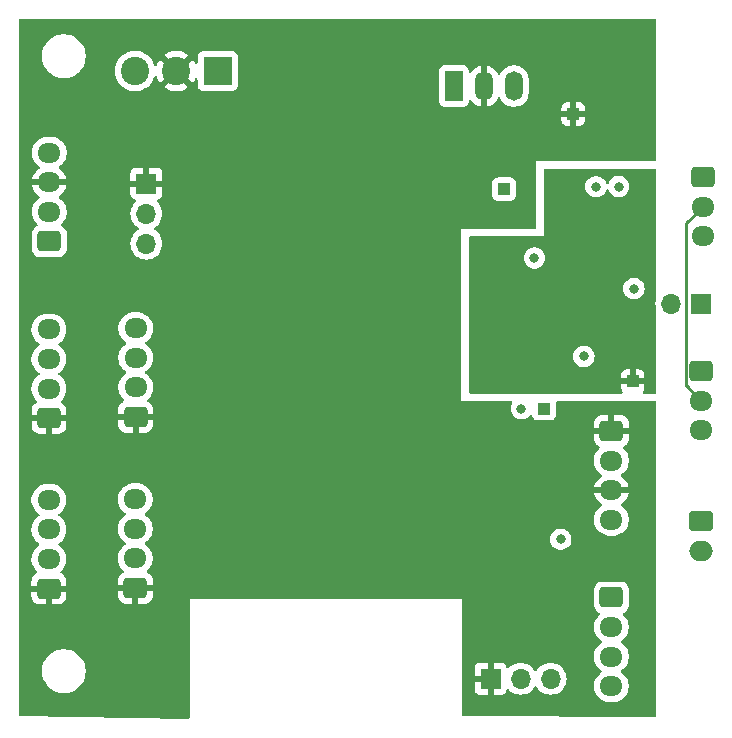
<source format=gbr>
%TF.GenerationSoftware,KiCad,Pcbnew,8.0.2-1*%
%TF.CreationDate,2024-05-20T08:59:52+08:00*%
%TF.ProjectId,amp_controller,616d705f-636f-46e7-9472-6f6c6c65722e,rev?*%
%TF.SameCoordinates,Original*%
%TF.FileFunction,Copper,L2,Inr*%
%TF.FilePolarity,Positive*%
%FSLAX46Y46*%
G04 Gerber Fmt 4.6, Leading zero omitted, Abs format (unit mm)*
G04 Created by KiCad (PCBNEW 8.0.2-1) date 2024-05-20 08:59:52*
%MOMM*%
%LPD*%
G01*
G04 APERTURE LIST*
G04 Aperture macros list*
%AMRoundRect*
0 Rectangle with rounded corners*
0 $1 Rounding radius*
0 $2 $3 $4 $5 $6 $7 $8 $9 X,Y pos of 4 corners*
0 Add a 4 corners polygon primitive as box body*
4,1,4,$2,$3,$4,$5,$6,$7,$8,$9,$2,$3,0*
0 Add four circle primitives for the rounded corners*
1,1,$1+$1,$2,$3*
1,1,$1+$1,$4,$5*
1,1,$1+$1,$6,$7*
1,1,$1+$1,$8,$9*
0 Add four rect primitives between the rounded corners*
20,1,$1+$1,$2,$3,$4,$5,0*
20,1,$1+$1,$4,$5,$6,$7,0*
20,1,$1+$1,$6,$7,$8,$9,0*
20,1,$1+$1,$8,$9,$2,$3,0*%
G04 Aperture macros list end*
%TA.AperFunction,ComponentPad*%
%ADD10R,1.500000X2.500000*%
%TD*%
%TA.AperFunction,ComponentPad*%
%ADD11O,1.500000X2.500000*%
%TD*%
%TA.AperFunction,ComponentPad*%
%ADD12RoundRect,0.250000X-0.725000X0.600000X-0.725000X-0.600000X0.725000X-0.600000X0.725000X0.600000X0*%
%TD*%
%TA.AperFunction,ComponentPad*%
%ADD13O,1.950000X1.700000*%
%TD*%
%TA.AperFunction,ComponentPad*%
%ADD14RoundRect,0.250000X0.725000X-0.600000X0.725000X0.600000X-0.725000X0.600000X-0.725000X-0.600000X0*%
%TD*%
%TA.AperFunction,ComponentPad*%
%ADD15R,1.000000X1.000000*%
%TD*%
%TA.AperFunction,ComponentPad*%
%ADD16R,1.700000X1.700000*%
%TD*%
%TA.AperFunction,ComponentPad*%
%ADD17O,1.700000X1.700000*%
%TD*%
%TA.AperFunction,ComponentPad*%
%ADD18RoundRect,0.250000X-0.750000X0.600000X-0.750000X-0.600000X0.750000X-0.600000X0.750000X0.600000X0*%
%TD*%
%TA.AperFunction,ComponentPad*%
%ADD19O,2.000000X1.700000*%
%TD*%
%TA.AperFunction,ComponentPad*%
%ADD20R,2.400000X2.400000*%
%TD*%
%TA.AperFunction,ComponentPad*%
%ADD21C,2.400000*%
%TD*%
%TA.AperFunction,ViaPad*%
%ADD22C,0.800000*%
%TD*%
%TA.AperFunction,Conductor*%
%ADD23C,0.250000*%
%TD*%
G04 APERTURE END LIST*
D10*
%TO.N,/+18V*%
%TO.C,U2*%
X143957597Y-70873725D03*
D11*
%TO.N,GND*%
X146497597Y-70873725D03*
%TO.N,+5V*%
X149037597Y-70873725D03*
%TD*%
D12*
%TO.N,/DRV*%
%TO.C,FP_LED1*%
X157292597Y-114173725D03*
D13*
%TO.N,/R*%
X157292597Y-116673725D03*
%TO.N,/G*%
X157292597Y-119173725D03*
%TO.N,/B*%
X157292597Y-121673725D03*
%TD*%
D14*
%TO.N,/SCL*%
%TO.C,DISPLAY1*%
X109704930Y-84021376D03*
D13*
%TO.N,/SDA*%
X109704930Y-81521376D03*
%TO.N,GND*%
X109704930Y-79021376D03*
%TO.N,/DISP_3V3*%
X109704930Y-76521376D03*
%TD*%
D14*
%TO.N,GND*%
%TO.C,AMP1*%
X116987597Y-113358725D03*
D13*
%TO.N,/AMP1_CLIP*%
X116987597Y-110858725D03*
%TO.N,/AMP1_FAULT*%
X116987597Y-108358725D03*
%TO.N,/AMP1_RESET*%
X116987597Y-105858725D03*
%TD*%
D12*
%TO.N,/M+*%
%TO.C,MUSIC_THRU1*%
X165031560Y-78573725D03*
D13*
%TO.N,/MG*%
X165031560Y-81073725D03*
%TO.N,/M-*%
X165031560Y-83573725D03*
%TD*%
D15*
%TO.N,/ADC_VREF*%
%TO.C,TPVR1*%
X148211380Y-79611496D03*
%TD*%
D16*
%TO.N,Net-(J1-Pin_1)*%
%TO.C,J1*%
X164917597Y-89288725D03*
D17*
%TO.N,Net-(J1-Pin_2)*%
X162377597Y-89288725D03*
%TD*%
D15*
%TO.N,AGND*%
%TO.C,TPAG1*%
X159091346Y-95867811D03*
%TD*%
D18*
%TO.N,Net-(D4-K)*%
%TO.C,TRIGGER1*%
X164912597Y-107703725D03*
D19*
%TO.N,Net-(TRIGGER1-Pin_2)*%
X164912597Y-110203725D03*
%TD*%
D14*
%TO.N,GND*%
%TO.C,AMP4*%
X109669355Y-98981975D03*
D13*
%TO.N,/AMP4_CLIP*%
X109669355Y-96481975D03*
%TO.N,/AMP4_FAULT*%
X109669355Y-93981975D03*
%TO.N,/AMP4_RESET*%
X109669355Y-91481975D03*
%TD*%
D16*
%TO.N,GND*%
%TO.C,GPIO16\u002C17*%
X147064682Y-121049736D03*
D17*
%TO.N,/GPIO17*%
X149604682Y-121049736D03*
%TO.N,/GPIO16*%
X152144682Y-121049736D03*
%TD*%
D15*
%TO.N,GND*%
%TO.C,TPG1*%
X154063475Y-73240747D03*
%TD*%
D20*
%TO.N,/+18V*%
%TO.C,POWER1*%
X123962597Y-69603725D03*
D21*
%TO.N,GND*%
X120462597Y-69603725D03*
%TO.N,/-18V*%
X116962597Y-69603725D03*
%TD*%
D12*
%TO.N,/M+*%
%TO.C,MUSIC_IN1*%
X164912597Y-95003725D03*
D13*
%TO.N,/MG*%
X164912597Y-97503725D03*
%TO.N,/M-*%
X164912597Y-100003725D03*
%TD*%
D14*
%TO.N,GND*%
%TO.C,AMP3*%
X117011573Y-98871566D03*
D13*
%TO.N,/AMP3_CLIP*%
X117011573Y-96371566D03*
%TO.N,/AMP3_FAULT*%
X117011573Y-93871566D03*
%TO.N,/AMP3_RESET*%
X117011573Y-91371566D03*
%TD*%
D16*
%TO.N,GND*%
%TO.C,GPIO3\u002C2\u002CG1*%
X117922597Y-79128725D03*
D17*
%TO.N,Net-(GPIO3\u002C2\u002CG1-Pin_2)*%
X117922597Y-81668725D03*
%TO.N,Net-(GPIO3\u002C2\u002CG1-Pin_3)*%
X117922597Y-84208725D03*
%TD*%
D14*
%TO.N,GND*%
%TO.C,AMP2*%
X109667597Y-113418725D03*
D13*
%TO.N,/AMP2_CLIP*%
X109667597Y-110918725D03*
%TO.N,/AMP2_FAULT*%
X109667597Y-108418725D03*
%TO.N,/AMP2_RESET*%
X109667597Y-105918725D03*
%TD*%
D15*
%TO.N,/PEAK*%
%TO.C,TP-PEAK1*%
X151577597Y-98178725D03*
%TD*%
D12*
%TO.N,GND*%
%TO.C,FP_BUTTON1*%
X157292597Y-100083725D03*
D13*
%TO.N,/FP_BUTTON*%
X157292597Y-102583725D03*
%TO.N,GND*%
X157292597Y-105083725D03*
%TO.N,/DRV*%
X157292597Y-107583725D03*
%TD*%
D22*
%TO.N,GND*%
X113264570Y-72810338D03*
X140395895Y-105944570D03*
X125990370Y-93291069D03*
X140147597Y-94368725D03*
X125941703Y-106041905D03*
X140249893Y-80588900D03*
X120921864Y-118592659D03*
X148816788Y-112255167D03*
X125891346Y-80518505D03*
X147756142Y-100347798D03*
X159879048Y-72449363D03*
X145227597Y-118646739D03*
%TO.N,+5V*%
X153004444Y-109241967D03*
X149672597Y-98178725D03*
%TO.N,+5VA*%
X155977709Y-79397180D03*
X150775633Y-85441217D03*
X154956465Y-93759590D03*
%TO.N,-5VA*%
X159197597Y-88018725D03*
X157909854Y-79381852D03*
%TO.N,AGND*%
X153308062Y-82289452D03*
X150927036Y-95362204D03*
X146783134Y-96003250D03*
X159855886Y-79358957D03*
X146861969Y-85674601D03*
X148654899Y-96444429D03*
%TD*%
D23*
%TO.N,/MG*%
X163642597Y-96273725D02*
X163682597Y-96273725D01*
X163642597Y-82462688D02*
X163642597Y-96273725D01*
X163682597Y-96273725D02*
X164912597Y-97503725D01*
X165031560Y-81073725D02*
X163642597Y-82462688D01*
%TD*%
%TA.AperFunction,Conductor*%
%TO.N,AGND*%
G36*
X161045636Y-77878410D02*
G01*
X161091391Y-77931214D01*
X161102597Y-77982725D01*
X161102597Y-83573725D01*
X151577597Y-83573725D01*
X151577597Y-79397180D01*
X155072249Y-79397180D01*
X155092035Y-79585436D01*
X155092036Y-79585439D01*
X155150527Y-79765457D01*
X155150530Y-79765464D01*
X155245176Y-79929396D01*
X155358037Y-80054740D01*
X155371838Y-80070068D01*
X155524974Y-80181328D01*
X155524979Y-80181331D01*
X155697901Y-80258322D01*
X155697906Y-80258324D01*
X155883063Y-80297680D01*
X155883064Y-80297680D01*
X156072353Y-80297680D01*
X156072355Y-80297680D01*
X156257512Y-80258324D01*
X156430439Y-80181331D01*
X156583580Y-80070068D01*
X156710242Y-79929396D01*
X156804888Y-79765464D01*
X156828341Y-79693284D01*
X156867777Y-79635610D01*
X156932135Y-79608411D01*
X157000982Y-79620325D01*
X157052458Y-79667569D01*
X157064202Y-79693284D01*
X157082673Y-79750132D01*
X157082675Y-79750136D01*
X157177321Y-79914068D01*
X157303983Y-80054740D01*
X157457119Y-80166000D01*
X157457124Y-80166003D01*
X157630046Y-80242994D01*
X157630051Y-80242996D01*
X157815208Y-80282352D01*
X157815209Y-80282352D01*
X158004498Y-80282352D01*
X158004500Y-80282352D01*
X158189657Y-80242996D01*
X158362584Y-80166003D01*
X158515725Y-80054740D01*
X158642387Y-79914068D01*
X158737033Y-79750136D01*
X158795528Y-79570108D01*
X158815314Y-79381852D01*
X158795528Y-79193596D01*
X158737033Y-79013568D01*
X158642387Y-78849636D01*
X158515725Y-78708964D01*
X158515724Y-78708963D01*
X158362588Y-78597703D01*
X158362583Y-78597700D01*
X158189661Y-78520709D01*
X158189656Y-78520707D01*
X158043855Y-78489717D01*
X158004500Y-78481352D01*
X157815208Y-78481352D01*
X157782751Y-78488250D01*
X157630051Y-78520707D01*
X157630046Y-78520709D01*
X157457124Y-78597700D01*
X157457119Y-78597703D01*
X157303983Y-78708963D01*
X157177320Y-78849637D01*
X157082675Y-79013567D01*
X157082673Y-79013571D01*
X157059222Y-79085747D01*
X157019784Y-79143422D01*
X156955425Y-79170620D01*
X156886579Y-79158705D01*
X156835103Y-79111461D01*
X156823360Y-79085746D01*
X156804890Y-79028901D01*
X156804887Y-79028895D01*
X156710242Y-78864964D01*
X156583580Y-78724292D01*
X156562483Y-78708964D01*
X156430443Y-78613031D01*
X156430438Y-78613028D01*
X156257516Y-78536037D01*
X156257511Y-78536035D01*
X156111710Y-78505045D01*
X156072355Y-78496680D01*
X155883063Y-78496680D01*
X155850606Y-78503578D01*
X155697906Y-78536035D01*
X155697901Y-78536037D01*
X155524979Y-78613028D01*
X155524974Y-78613031D01*
X155371838Y-78724291D01*
X155245175Y-78864965D01*
X155150530Y-79028895D01*
X155150527Y-79028902D01*
X155097015Y-79193596D01*
X155092035Y-79208924D01*
X155072249Y-79397180D01*
X151577597Y-79397180D01*
X151577597Y-77982725D01*
X151597282Y-77915686D01*
X151650086Y-77869931D01*
X151701597Y-77858725D01*
X160978597Y-77858725D01*
X161045636Y-77878410D01*
G37*
%TD.AperFunction*%
%TD*%
%TA.AperFunction,Conductor*%
%TO.N,AGND*%
G36*
X161102597Y-88812831D02*
G01*
X161098372Y-88844924D01*
X161042535Y-89053311D01*
X161042533Y-89053321D01*
X161021938Y-89288724D01*
X161021938Y-89288725D01*
X161042533Y-89524128D01*
X161042535Y-89524138D01*
X161098372Y-89732524D01*
X161102597Y-89764617D01*
X161102597Y-96784725D01*
X161082912Y-96851764D01*
X161030108Y-96897519D01*
X160978597Y-96908725D01*
X160058721Y-96908725D01*
X159991682Y-96889040D01*
X159945927Y-96836236D01*
X159935983Y-96767078D01*
X159959454Y-96710414D01*
X160034699Y-96609899D01*
X160034700Y-96609897D01*
X160084942Y-96475190D01*
X160084944Y-96475183D01*
X160091345Y-96415655D01*
X160091346Y-96415638D01*
X160091346Y-96117811D01*
X159141074Y-96117811D01*
X159232960Y-96079751D01*
X159303286Y-96009425D01*
X159341346Y-95917539D01*
X159341346Y-95818083D01*
X159303286Y-95726197D01*
X159232960Y-95655871D01*
X159141074Y-95617811D01*
X159341346Y-95617811D01*
X160091346Y-95617811D01*
X160091346Y-95319983D01*
X160091345Y-95319966D01*
X160084944Y-95260438D01*
X160084942Y-95260431D01*
X160034700Y-95125724D01*
X160034696Y-95125717D01*
X159948536Y-95010623D01*
X159948533Y-95010620D01*
X159833439Y-94924460D01*
X159833432Y-94924456D01*
X159698725Y-94874214D01*
X159698718Y-94874212D01*
X159639190Y-94867811D01*
X159341346Y-94867811D01*
X159341346Y-95617811D01*
X159141074Y-95617811D01*
X159041618Y-95617811D01*
X158949732Y-95655871D01*
X158879406Y-95726197D01*
X158841346Y-95818083D01*
X158841346Y-95917539D01*
X158879406Y-96009425D01*
X158949732Y-96079751D01*
X159041618Y-96117811D01*
X158091346Y-96117811D01*
X158091346Y-96415655D01*
X158097747Y-96475183D01*
X158097749Y-96475190D01*
X158147991Y-96609897D01*
X158147992Y-96609899D01*
X158223238Y-96710414D01*
X158247655Y-96775878D01*
X158232804Y-96844151D01*
X158183399Y-96893557D01*
X158123971Y-96908725D01*
X145351597Y-96908725D01*
X145284558Y-96889040D01*
X145238803Y-96836236D01*
X145227597Y-96784725D01*
X145227597Y-95319966D01*
X158091346Y-95319966D01*
X158091346Y-95617811D01*
X158841346Y-95617811D01*
X158841346Y-94867811D01*
X158543501Y-94867811D01*
X158483973Y-94874212D01*
X158483966Y-94874214D01*
X158349259Y-94924456D01*
X158349252Y-94924460D01*
X158234158Y-95010620D01*
X158234155Y-95010623D01*
X158147995Y-95125717D01*
X158147991Y-95125724D01*
X158097749Y-95260431D01*
X158097747Y-95260438D01*
X158091346Y-95319966D01*
X145227597Y-95319966D01*
X145227597Y-93759590D01*
X154051005Y-93759590D01*
X154070791Y-93947846D01*
X154070792Y-93947849D01*
X154129283Y-94127867D01*
X154129286Y-94127874D01*
X154223932Y-94291806D01*
X154350594Y-94432478D01*
X154503730Y-94543738D01*
X154503735Y-94543741D01*
X154676657Y-94620732D01*
X154676662Y-94620734D01*
X154861819Y-94660090D01*
X154861820Y-94660090D01*
X155051109Y-94660090D01*
X155051111Y-94660090D01*
X155236268Y-94620734D01*
X155409195Y-94543741D01*
X155562336Y-94432478D01*
X155688998Y-94291806D01*
X155783644Y-94127874D01*
X155842139Y-93947846D01*
X155861925Y-93759590D01*
X155842139Y-93571334D01*
X155783644Y-93391306D01*
X155688998Y-93227374D01*
X155562336Y-93086702D01*
X155562335Y-93086701D01*
X155409199Y-92975441D01*
X155409194Y-92975438D01*
X155236272Y-92898447D01*
X155236267Y-92898445D01*
X155090466Y-92867455D01*
X155051111Y-92859090D01*
X154861819Y-92859090D01*
X154829362Y-92865988D01*
X154676662Y-92898445D01*
X154676657Y-92898447D01*
X154503735Y-92975438D01*
X154503730Y-92975441D01*
X154350594Y-93086701D01*
X154223931Y-93227375D01*
X154129286Y-93391305D01*
X154129283Y-93391312D01*
X154070792Y-93571330D01*
X154070791Y-93571334D01*
X154051005Y-93759590D01*
X145227597Y-93759590D01*
X145227597Y-88018725D01*
X158292137Y-88018725D01*
X158311923Y-88206981D01*
X158311924Y-88206984D01*
X158370415Y-88387002D01*
X158370418Y-88387009D01*
X158465064Y-88550941D01*
X158519048Y-88610896D01*
X158591726Y-88691613D01*
X158744862Y-88802873D01*
X158744867Y-88802876D01*
X158917789Y-88879867D01*
X158917794Y-88879869D01*
X159102951Y-88919225D01*
X159102952Y-88919225D01*
X159292241Y-88919225D01*
X159292243Y-88919225D01*
X159477400Y-88879869D01*
X159650327Y-88802876D01*
X159803468Y-88691613D01*
X159930130Y-88550941D01*
X160024776Y-88387009D01*
X160083271Y-88206981D01*
X160103057Y-88018725D01*
X160083271Y-87830469D01*
X160024776Y-87650441D01*
X159930130Y-87486509D01*
X159803468Y-87345837D01*
X159803467Y-87345836D01*
X159650331Y-87234576D01*
X159650326Y-87234573D01*
X159477404Y-87157582D01*
X159477399Y-87157580D01*
X159331598Y-87126590D01*
X159292243Y-87118225D01*
X159102951Y-87118225D01*
X159070494Y-87125123D01*
X158917794Y-87157580D01*
X158917789Y-87157582D01*
X158744867Y-87234573D01*
X158744862Y-87234576D01*
X158591726Y-87345836D01*
X158465063Y-87486510D01*
X158370418Y-87650440D01*
X158370415Y-87650447D01*
X158311924Y-87830465D01*
X158311923Y-87830469D01*
X158292137Y-88018725D01*
X145227597Y-88018725D01*
X145227597Y-85441217D01*
X149870173Y-85441217D01*
X149889959Y-85629473D01*
X149889960Y-85629476D01*
X149948451Y-85809494D01*
X149948454Y-85809501D01*
X150043100Y-85973433D01*
X150169762Y-86114105D01*
X150322898Y-86225365D01*
X150322903Y-86225368D01*
X150495825Y-86302359D01*
X150495830Y-86302361D01*
X150680987Y-86341717D01*
X150680988Y-86341717D01*
X150870277Y-86341717D01*
X150870279Y-86341717D01*
X151055436Y-86302361D01*
X151228363Y-86225368D01*
X151381504Y-86114105D01*
X151508166Y-85973433D01*
X151602812Y-85809501D01*
X151661307Y-85629473D01*
X151681093Y-85441217D01*
X151661307Y-85252961D01*
X151602812Y-85072933D01*
X151508166Y-84909001D01*
X151381504Y-84768329D01*
X151381503Y-84768328D01*
X151228367Y-84657068D01*
X151228362Y-84657065D01*
X151055440Y-84580074D01*
X151055435Y-84580072D01*
X150909634Y-84549082D01*
X150870279Y-84540717D01*
X150680987Y-84540717D01*
X150648530Y-84547615D01*
X150495830Y-84580072D01*
X150495825Y-84580074D01*
X150322903Y-84657065D01*
X150322898Y-84657068D01*
X150169762Y-84768328D01*
X150043099Y-84909002D01*
X149948454Y-85072932D01*
X149948451Y-85072939D01*
X149889960Y-85252957D01*
X149889959Y-85252961D01*
X149870173Y-85441217D01*
X145227597Y-85441217D01*
X145227597Y-83697725D01*
X145247282Y-83630686D01*
X145300086Y-83584931D01*
X145351597Y-83573725D01*
X151577597Y-83573725D01*
X161102597Y-83573725D01*
X161102597Y-88812831D01*
G37*
%TD.AperFunction*%
%TD*%
%TA.AperFunction,Conductor*%
%TO.N,GND*%
G36*
X161045636Y-65178410D02*
G01*
X161091391Y-65231214D01*
X161102597Y-65282725D01*
X161102597Y-77099725D01*
X161082912Y-77166764D01*
X161030108Y-77212519D01*
X160978597Y-77223725D01*
X150942597Y-77223725D01*
X150942597Y-82814725D01*
X150922912Y-82881764D01*
X150870108Y-82927519D01*
X150818597Y-82938725D01*
X144592597Y-82938725D01*
X144592597Y-97543725D01*
X148784632Y-97543725D01*
X148851671Y-97563410D01*
X148897426Y-97616214D01*
X148907370Y-97685372D01*
X148892020Y-97729723D01*
X148857417Y-97789659D01*
X148845417Y-97810443D01*
X148845415Y-97810447D01*
X148799279Y-97952441D01*
X148786923Y-97990469D01*
X148767137Y-98178725D01*
X148786923Y-98366981D01*
X148786924Y-98366984D01*
X148845415Y-98547002D01*
X148845418Y-98547009D01*
X148940064Y-98710941D01*
X149028385Y-98809031D01*
X149066726Y-98851613D01*
X149219862Y-98962873D01*
X149219867Y-98962876D01*
X149392789Y-99039867D01*
X149392794Y-99039869D01*
X149577951Y-99079225D01*
X149577952Y-99079225D01*
X149767241Y-99079225D01*
X149767243Y-99079225D01*
X149952400Y-99039869D01*
X150125327Y-98962876D01*
X150278468Y-98851613D01*
X150374553Y-98744899D01*
X150434037Y-98708252D01*
X150503894Y-98709582D01*
X150561943Y-98748469D01*
X150582883Y-98784540D01*
X150633799Y-98921053D01*
X150633803Y-98921060D01*
X150720049Y-99036269D01*
X150720052Y-99036272D01*
X150835261Y-99122518D01*
X150835268Y-99122522D01*
X150970114Y-99172816D01*
X150970113Y-99172816D01*
X150977041Y-99173560D01*
X151029724Y-99179225D01*
X152125469Y-99179224D01*
X152185080Y-99172816D01*
X152319928Y-99122521D01*
X152435143Y-99036271D01*
X152521393Y-98921056D01*
X152571688Y-98786208D01*
X152578097Y-98726598D01*
X152578096Y-97667724D01*
X152597780Y-97600686D01*
X152650584Y-97554931D01*
X152702096Y-97543725D01*
X160978597Y-97543725D01*
X161045636Y-97563410D01*
X161091391Y-97616214D01*
X161102597Y-97667725D01*
X161102597Y-124130890D01*
X161082912Y-124197929D01*
X161030108Y-124243684D01*
X160978284Y-124254890D01*
X144773452Y-124214036D01*
X144706463Y-124194182D01*
X144660841Y-124141263D01*
X144649765Y-124090036D01*
X144649765Y-120151891D01*
X145714682Y-120151891D01*
X145714682Y-120799736D01*
X146631670Y-120799736D01*
X146598757Y-120856743D01*
X146564682Y-120983910D01*
X146564682Y-121115562D01*
X146598757Y-121242729D01*
X146631670Y-121299736D01*
X145714682Y-121299736D01*
X145714682Y-121947580D01*
X145721083Y-122007108D01*
X145721085Y-122007115D01*
X145771327Y-122141822D01*
X145771331Y-122141829D01*
X145857491Y-122256923D01*
X145857494Y-122256926D01*
X145972588Y-122343086D01*
X145972595Y-122343090D01*
X146107302Y-122393332D01*
X146107309Y-122393334D01*
X146166837Y-122399735D01*
X146166854Y-122399736D01*
X146814682Y-122399736D01*
X146814682Y-121482748D01*
X146871689Y-121515661D01*
X146998856Y-121549736D01*
X147130508Y-121549736D01*
X147257675Y-121515661D01*
X147314682Y-121482748D01*
X147314682Y-122399736D01*
X147962510Y-122399736D01*
X147962526Y-122399735D01*
X148022054Y-122393334D01*
X148022061Y-122393332D01*
X148156768Y-122343090D01*
X148156775Y-122343086D01*
X148271869Y-122256926D01*
X148271872Y-122256923D01*
X148358032Y-122141829D01*
X148358036Y-122141822D01*
X148407104Y-122010265D01*
X148448975Y-121954331D01*
X148514439Y-121929914D01*
X148582712Y-121944766D01*
X148610967Y-121965917D01*
X148733281Y-122088231D01*
X148809817Y-122141822D01*
X148926847Y-122223768D01*
X148926849Y-122223769D01*
X148926852Y-122223771D01*
X149141019Y-122323639D01*
X149369274Y-122384799D01*
X149540001Y-122399736D01*
X149604681Y-122405395D01*
X149604682Y-122405395D01*
X149604683Y-122405395D01*
X149669363Y-122399736D01*
X149840090Y-122384799D01*
X150068345Y-122323639D01*
X150282512Y-122223771D01*
X150476083Y-122088231D01*
X150643177Y-121921137D01*
X150773107Y-121735578D01*
X150827684Y-121691953D01*
X150897182Y-121684759D01*
X150959537Y-121716282D01*
X150976257Y-121735578D01*
X151106182Y-121921131D01*
X151106187Y-121921137D01*
X151273281Y-122088231D01*
X151349817Y-122141822D01*
X151466847Y-122223768D01*
X151466849Y-122223769D01*
X151466852Y-122223771D01*
X151681019Y-122323639D01*
X151909274Y-122384799D01*
X152080001Y-122399736D01*
X152144681Y-122405395D01*
X152144682Y-122405395D01*
X152144683Y-122405395D01*
X152209363Y-122399736D01*
X152380090Y-122384799D01*
X152608345Y-122323639D01*
X152822512Y-122223771D01*
X153016083Y-122088231D01*
X153183177Y-121921137D01*
X153318717Y-121727566D01*
X153418585Y-121513399D01*
X153479745Y-121285144D01*
X153500341Y-121049736D01*
X153479745Y-120814328D01*
X153418585Y-120586073D01*
X153318717Y-120371907D01*
X153313107Y-120363894D01*
X153183176Y-120178333D01*
X153016084Y-120011242D01*
X153016077Y-120011237D01*
X152822516Y-119875703D01*
X152822512Y-119875701D01*
X152751409Y-119842545D01*
X152608345Y-119775833D01*
X152608341Y-119775832D01*
X152608337Y-119775830D01*
X152380095Y-119714674D01*
X152380085Y-119714672D01*
X152144683Y-119694077D01*
X152144681Y-119694077D01*
X151909278Y-119714672D01*
X151909268Y-119714674D01*
X151681026Y-119775830D01*
X151681017Y-119775834D01*
X151466853Y-119875700D01*
X151466851Y-119875701D01*
X151273279Y-120011241D01*
X151106187Y-120178333D01*
X150976257Y-120363894D01*
X150921680Y-120407519D01*
X150852182Y-120414713D01*
X150789827Y-120383190D01*
X150773107Y-120363894D01*
X150643176Y-120178333D01*
X150476084Y-120011242D01*
X150476077Y-120011237D01*
X150282516Y-119875703D01*
X150282512Y-119875701D01*
X150211409Y-119842545D01*
X150068345Y-119775833D01*
X150068341Y-119775832D01*
X150068337Y-119775830D01*
X149840095Y-119714674D01*
X149840085Y-119714672D01*
X149604683Y-119694077D01*
X149604681Y-119694077D01*
X149369278Y-119714672D01*
X149369268Y-119714674D01*
X149141026Y-119775830D01*
X149141017Y-119775834D01*
X148926853Y-119875700D01*
X148926851Y-119875701D01*
X148733282Y-120011239D01*
X148610966Y-120133555D01*
X148549643Y-120167039D01*
X148479951Y-120162055D01*
X148424018Y-120120183D01*
X148407103Y-120089206D01*
X148358036Y-119957649D01*
X148358032Y-119957642D01*
X148271872Y-119842548D01*
X148271869Y-119842545D01*
X148156775Y-119756385D01*
X148156768Y-119756381D01*
X148022061Y-119706139D01*
X148022054Y-119706137D01*
X147962526Y-119699736D01*
X147314682Y-119699736D01*
X147314682Y-120616724D01*
X147257675Y-120583811D01*
X147130508Y-120549736D01*
X146998856Y-120549736D01*
X146871689Y-120583811D01*
X146814682Y-120616724D01*
X146814682Y-119699736D01*
X146166837Y-119699736D01*
X146107309Y-119706137D01*
X146107302Y-119706139D01*
X145972595Y-119756381D01*
X145972588Y-119756385D01*
X145857494Y-119842545D01*
X145857491Y-119842548D01*
X145771331Y-119957642D01*
X145771327Y-119957649D01*
X145721085Y-120092356D01*
X145721083Y-120092363D01*
X145714682Y-120151891D01*
X144649765Y-120151891D01*
X144649765Y-114287219D01*
X144649764Y-114287219D01*
X121583164Y-114299999D01*
X121583164Y-124333869D01*
X121563479Y-124400908D01*
X121510675Y-124446663D01*
X121457052Y-124457851D01*
X107249485Y-124215801D01*
X107182790Y-124194977D01*
X107137942Y-124141402D01*
X107127597Y-124091819D01*
X107127597Y-120282436D01*
X109087097Y-120282436D01*
X109087097Y-120525013D01*
X109118758Y-120765510D01*
X109181544Y-120999829D01*
X109274370Y-121223930D01*
X109274374Y-121223939D01*
X109296571Y-121262386D01*
X109395661Y-121434014D01*
X109395663Y-121434017D01*
X109395664Y-121434018D01*
X109543330Y-121626461D01*
X109543336Y-121626468D01*
X109714853Y-121797985D01*
X109714859Y-121797990D01*
X109907308Y-121945661D01*
X110117385Y-122066949D01*
X110341497Y-122159779D01*
X110575808Y-122222563D01*
X110756183Y-122246309D01*
X110816308Y-122254225D01*
X110816309Y-122254225D01*
X111058886Y-122254225D01*
X111106985Y-122247892D01*
X111299386Y-122222563D01*
X111533697Y-122159779D01*
X111757809Y-122066949D01*
X111967886Y-121945661D01*
X112160335Y-121797990D01*
X112331862Y-121626463D01*
X112479533Y-121434014D01*
X112600821Y-121223937D01*
X112693651Y-120999825D01*
X112756435Y-120765514D01*
X112788097Y-120525013D01*
X112788097Y-120282437D01*
X112756435Y-120041936D01*
X112693651Y-119807625D01*
X112600821Y-119583513D01*
X112479533Y-119373436D01*
X112331862Y-119180987D01*
X112331857Y-119180981D01*
X112160340Y-119009464D01*
X112160333Y-119009458D01*
X111967890Y-118861792D01*
X111967889Y-118861791D01*
X111967886Y-118861789D01*
X111757809Y-118740501D01*
X111757802Y-118740498D01*
X111533701Y-118647672D01*
X111299382Y-118584886D01*
X111058886Y-118553225D01*
X111058885Y-118553225D01*
X110816309Y-118553225D01*
X110816308Y-118553225D01*
X110575811Y-118584886D01*
X110341492Y-118647672D01*
X110117391Y-118740498D01*
X110117382Y-118740502D01*
X109907303Y-118861792D01*
X109714860Y-119009458D01*
X109714853Y-119009464D01*
X109543336Y-119180981D01*
X109543330Y-119180988D01*
X109395664Y-119373431D01*
X109274374Y-119583510D01*
X109274370Y-119583519D01*
X109181544Y-119807620D01*
X109118758Y-120041939D01*
X109087097Y-120282436D01*
X107127597Y-120282436D01*
X107127597Y-105812438D01*
X108192097Y-105812438D01*
X108192097Y-106025011D01*
X108225054Y-106233097D01*
X108225351Y-106234968D01*
X108288290Y-106428674D01*
X108291041Y-106437139D01*
X108387548Y-106626545D01*
X108512487Y-106798511D01*
X108662806Y-106948830D01*
X108662811Y-106948834D01*
X108827390Y-107068407D01*
X108870056Y-107123736D01*
X108876035Y-107193350D01*
X108843430Y-107255145D01*
X108827390Y-107269043D01*
X108662811Y-107388615D01*
X108662806Y-107388619D01*
X108512487Y-107538938D01*
X108387548Y-107710904D01*
X108291041Y-107900310D01*
X108225350Y-108102485D01*
X108201600Y-108252438D01*
X108192097Y-108312438D01*
X108192097Y-108525012D01*
X108225351Y-108734968D01*
X108271545Y-108877139D01*
X108291041Y-108937139D01*
X108387548Y-109126545D01*
X108512487Y-109298511D01*
X108662806Y-109448830D01*
X108662811Y-109448834D01*
X108827390Y-109568407D01*
X108870056Y-109623736D01*
X108876035Y-109693350D01*
X108843430Y-109755145D01*
X108827390Y-109769043D01*
X108662811Y-109888615D01*
X108662806Y-109888619D01*
X108512487Y-110038938D01*
X108387548Y-110210904D01*
X108291041Y-110400310D01*
X108225350Y-110602485D01*
X108201600Y-110752438D01*
X108192097Y-110812438D01*
X108192097Y-111025012D01*
X108225351Y-111234968D01*
X108271545Y-111377139D01*
X108291041Y-111437139D01*
X108387548Y-111626545D01*
X108512487Y-111798511D01*
X108651665Y-111937689D01*
X108685150Y-111999012D01*
X108680166Y-112068704D01*
X108638294Y-112124637D01*
X108629081Y-112130908D01*
X108474256Y-112226405D01*
X108474252Y-112226408D01*
X108350281Y-112350379D01*
X108258240Y-112499600D01*
X108258238Y-112499605D01*
X108203091Y-112666027D01*
X108203090Y-112666034D01*
X108192597Y-112768738D01*
X108192597Y-113168725D01*
X109263451Y-113168725D01*
X109224967Y-113235382D01*
X109192597Y-113356190D01*
X109192597Y-113481260D01*
X109224967Y-113602068D01*
X109263451Y-113668725D01*
X108192598Y-113668725D01*
X108192598Y-114068711D01*
X108203091Y-114171422D01*
X108258238Y-114337844D01*
X108258240Y-114337849D01*
X108350281Y-114487070D01*
X108474251Y-114611040D01*
X108623472Y-114703081D01*
X108623477Y-114703083D01*
X108789899Y-114758230D01*
X108789906Y-114758231D01*
X108892616Y-114768724D01*
X109417596Y-114768724D01*
X109417597Y-114768723D01*
X109417597Y-113822870D01*
X109484254Y-113861355D01*
X109605062Y-113893725D01*
X109730132Y-113893725D01*
X109850940Y-113861355D01*
X109917597Y-113822870D01*
X109917597Y-114768724D01*
X110442569Y-114768724D01*
X110442583Y-114768723D01*
X110545294Y-114758230D01*
X110711716Y-114703083D01*
X110711721Y-114703081D01*
X110860942Y-114611040D01*
X110984912Y-114487070D01*
X111076953Y-114337849D01*
X111076955Y-114337844D01*
X111132102Y-114171422D01*
X111132103Y-114171415D01*
X111142596Y-114068711D01*
X111142597Y-114068698D01*
X111142597Y-113668725D01*
X110071743Y-113668725D01*
X110110227Y-113602068D01*
X110142597Y-113481260D01*
X110142597Y-113356190D01*
X110110227Y-113235382D01*
X110071743Y-113168725D01*
X111142596Y-113168725D01*
X111142596Y-112768753D01*
X111142595Y-112768738D01*
X111132102Y-112666027D01*
X111076955Y-112499605D01*
X111076953Y-112499600D01*
X110984912Y-112350379D01*
X110860942Y-112226409D01*
X110706112Y-112130909D01*
X110659388Y-112078961D01*
X110648165Y-112009998D01*
X110676009Y-111945916D01*
X110683506Y-111937711D01*
X110822701Y-111798517D01*
X110947648Y-111626541D01*
X111044154Y-111437137D01*
X111109843Y-111234968D01*
X111143097Y-111025012D01*
X111143097Y-110812438D01*
X111109843Y-110602482D01*
X111044154Y-110400313D01*
X110947648Y-110210909D01*
X110947646Y-110210906D01*
X110947645Y-110210904D01*
X110822706Y-110038938D01*
X110672389Y-109888621D01*
X110672381Y-109888615D01*
X110507801Y-109769041D01*
X110465137Y-109713714D01*
X110459158Y-109644101D01*
X110491763Y-109582305D01*
X110507796Y-109568411D01*
X110672389Y-109448829D01*
X110822701Y-109298517D01*
X110822703Y-109298513D01*
X110822706Y-109298511D01*
X110947645Y-109126545D01*
X110947644Y-109126545D01*
X110947648Y-109126541D01*
X111044154Y-108937137D01*
X111109843Y-108734968D01*
X111143097Y-108525012D01*
X111143097Y-108312438D01*
X111109843Y-108102482D01*
X111044154Y-107900313D01*
X110947648Y-107710909D01*
X110947646Y-107710906D01*
X110947645Y-107710904D01*
X110822706Y-107538938D01*
X110672389Y-107388621D01*
X110672381Y-107388615D01*
X110507801Y-107269041D01*
X110465137Y-107213714D01*
X110459158Y-107144101D01*
X110491763Y-107082305D01*
X110507796Y-107068411D01*
X110672389Y-106948829D01*
X110822701Y-106798517D01*
X110822703Y-106798513D01*
X110822706Y-106798511D01*
X110947645Y-106626545D01*
X110947644Y-106626545D01*
X110947648Y-106626541D01*
X111044154Y-106437137D01*
X111109843Y-106234968D01*
X111143097Y-106025012D01*
X111143097Y-105812438D01*
X111133594Y-105752438D01*
X115512097Y-105752438D01*
X115512097Y-105965012D01*
X115545351Y-106174968D01*
X115564846Y-106234968D01*
X115611041Y-106377139D01*
X115707548Y-106566545D01*
X115832487Y-106738511D01*
X115982806Y-106888830D01*
X115982811Y-106888834D01*
X116147390Y-107008407D01*
X116190056Y-107063736D01*
X116196035Y-107133350D01*
X116163430Y-107195145D01*
X116147390Y-107209043D01*
X115982811Y-107328615D01*
X115982806Y-107328619D01*
X115832487Y-107478938D01*
X115707548Y-107650904D01*
X115611041Y-107840310D01*
X115545350Y-108042485D01*
X115512097Y-108252438D01*
X115512097Y-108465011D01*
X115528579Y-108569078D01*
X115545351Y-108674968D01*
X115609917Y-108873682D01*
X115611041Y-108877139D01*
X115707548Y-109066545D01*
X115832487Y-109238511D01*
X115982806Y-109388830D01*
X115982811Y-109388834D01*
X116147390Y-109508407D01*
X116190056Y-109563736D01*
X116196035Y-109633350D01*
X116163430Y-109695145D01*
X116147390Y-109709043D01*
X115982811Y-109828615D01*
X115982806Y-109828619D01*
X115832487Y-109978938D01*
X115707548Y-110150904D01*
X115611041Y-110340310D01*
X115545350Y-110542485D01*
X115535847Y-110602485D01*
X115512097Y-110752438D01*
X115512097Y-110965012D01*
X115545351Y-111174968D01*
X115564846Y-111234968D01*
X115611041Y-111377139D01*
X115707548Y-111566545D01*
X115832487Y-111738511D01*
X115971665Y-111877689D01*
X116005150Y-111939012D01*
X116000166Y-112008704D01*
X115958294Y-112064637D01*
X115949081Y-112070908D01*
X115794256Y-112166405D01*
X115794252Y-112166408D01*
X115670281Y-112290379D01*
X115578240Y-112439600D01*
X115578238Y-112439605D01*
X115523091Y-112606027D01*
X115523090Y-112606034D01*
X115512597Y-112708738D01*
X115512597Y-113108725D01*
X116583451Y-113108725D01*
X116544967Y-113175382D01*
X116512597Y-113296190D01*
X116512597Y-113421260D01*
X116544967Y-113542068D01*
X116583451Y-113608725D01*
X115512598Y-113608725D01*
X115512598Y-114008711D01*
X115523091Y-114111422D01*
X115578238Y-114277844D01*
X115578240Y-114277849D01*
X115670281Y-114427070D01*
X115794251Y-114551040D01*
X115943472Y-114643081D01*
X115943477Y-114643083D01*
X116109899Y-114698230D01*
X116109906Y-114698231D01*
X116212616Y-114708724D01*
X116737596Y-114708724D01*
X116737597Y-114708723D01*
X116737597Y-113762870D01*
X116804254Y-113801355D01*
X116925062Y-113833725D01*
X117050132Y-113833725D01*
X117170940Y-113801355D01*
X117237597Y-113762870D01*
X117237597Y-114708724D01*
X117762569Y-114708724D01*
X117762583Y-114708723D01*
X117865294Y-114698230D01*
X118031716Y-114643083D01*
X118031721Y-114643081D01*
X118180942Y-114551040D01*
X118304912Y-114427070D01*
X118396953Y-114277849D01*
X118396955Y-114277844D01*
X118452102Y-114111422D01*
X118452103Y-114111415D01*
X118462596Y-114008711D01*
X118462597Y-114008698D01*
X118462597Y-113608725D01*
X117391743Y-113608725D01*
X117430227Y-113542068D01*
X117435146Y-113523708D01*
X155817097Y-113523708D01*
X155817097Y-114823726D01*
X155817098Y-114823743D01*
X155827597Y-114926521D01*
X155827598Y-114926524D01*
X155882782Y-115093056D01*
X155882784Y-115093061D01*
X155974886Y-115242382D01*
X156098941Y-115366437D01*
X156253717Y-115461903D01*
X156300442Y-115513851D01*
X156311665Y-115582813D01*
X156283821Y-115646896D01*
X156276303Y-115655123D01*
X156137486Y-115793940D01*
X156012548Y-115965904D01*
X155916041Y-116155310D01*
X155850350Y-116357485D01*
X155817097Y-116567438D01*
X155817097Y-116780011D01*
X155850350Y-116989964D01*
X155916041Y-117192139D01*
X156012548Y-117381545D01*
X156137487Y-117553511D01*
X156287806Y-117703830D01*
X156287811Y-117703834D01*
X156452390Y-117823407D01*
X156495056Y-117878736D01*
X156501035Y-117948350D01*
X156468430Y-118010145D01*
X156452390Y-118024043D01*
X156287811Y-118143615D01*
X156287806Y-118143619D01*
X156137487Y-118293938D01*
X156012548Y-118465904D01*
X155916041Y-118655310D01*
X155850350Y-118857485D01*
X155817097Y-119067438D01*
X155817097Y-119280011D01*
X155850350Y-119489964D01*
X155916041Y-119692139D01*
X156012548Y-119881545D01*
X156137487Y-120053511D01*
X156287806Y-120203830D01*
X156287811Y-120203834D01*
X156452390Y-120323407D01*
X156495056Y-120378736D01*
X156501035Y-120448350D01*
X156468430Y-120510145D01*
X156452390Y-120524043D01*
X156287811Y-120643615D01*
X156287806Y-120643619D01*
X156137487Y-120793938D01*
X156012548Y-120965904D01*
X155916041Y-121155310D01*
X155850350Y-121357485D01*
X155825657Y-121513391D01*
X155817097Y-121567438D01*
X155817097Y-121780012D01*
X155819945Y-121797991D01*
X155846541Y-121965917D01*
X155850351Y-121989968D01*
X155905526Y-122159779D01*
X155916041Y-122192139D01*
X156012548Y-122381545D01*
X156137487Y-122553511D01*
X156287810Y-122703834D01*
X156459776Y-122828773D01*
X156459778Y-122828774D01*
X156459781Y-122828776D01*
X156649185Y-122925282D01*
X156851354Y-122990971D01*
X157061310Y-123024225D01*
X157061311Y-123024225D01*
X157523883Y-123024225D01*
X157523884Y-123024225D01*
X157733840Y-122990971D01*
X157936009Y-122925282D01*
X158125413Y-122828776D01*
X158147386Y-122812811D01*
X158297383Y-122703834D01*
X158297385Y-122703831D01*
X158297389Y-122703829D01*
X158447701Y-122553517D01*
X158447703Y-122553513D01*
X158447706Y-122553511D01*
X158572645Y-122381545D01*
X158572644Y-122381545D01*
X158572648Y-122381541D01*
X158669154Y-122192137D01*
X158734843Y-121989968D01*
X158768097Y-121780012D01*
X158768097Y-121567438D01*
X158734843Y-121357482D01*
X158669154Y-121155313D01*
X158572648Y-120965909D01*
X158572646Y-120965906D01*
X158572645Y-120965904D01*
X158447706Y-120793938D01*
X158297389Y-120643621D01*
X158297381Y-120643615D01*
X158132801Y-120524041D01*
X158090137Y-120468714D01*
X158084158Y-120399101D01*
X158116763Y-120337305D01*
X158132796Y-120323411D01*
X158297389Y-120203829D01*
X158447701Y-120053517D01*
X158447703Y-120053513D01*
X158447706Y-120053511D01*
X158572645Y-119881545D01*
X158572644Y-119881545D01*
X158572648Y-119881541D01*
X158669154Y-119692137D01*
X158734843Y-119489968D01*
X158768097Y-119280012D01*
X158768097Y-119067438D01*
X158734843Y-118857482D01*
X158669154Y-118655313D01*
X158572648Y-118465909D01*
X158572646Y-118465906D01*
X158572645Y-118465904D01*
X158447706Y-118293938D01*
X158297389Y-118143621D01*
X158297381Y-118143615D01*
X158132801Y-118024041D01*
X158090137Y-117968714D01*
X158084158Y-117899101D01*
X158116763Y-117837305D01*
X158132796Y-117823411D01*
X158297389Y-117703829D01*
X158447701Y-117553517D01*
X158447703Y-117553513D01*
X158447706Y-117553511D01*
X158572645Y-117381545D01*
X158572644Y-117381545D01*
X158572648Y-117381541D01*
X158669154Y-117192137D01*
X158734843Y-116989968D01*
X158768097Y-116780012D01*
X158768097Y-116567438D01*
X158734843Y-116357482D01*
X158669154Y-116155313D01*
X158572648Y-115965909D01*
X158572646Y-115965906D01*
X158572645Y-115965904D01*
X158447706Y-115793938D01*
X158308891Y-115655123D01*
X158275406Y-115593800D01*
X158280390Y-115524108D01*
X158322262Y-115468175D01*
X158331476Y-115461903D01*
X158336928Y-115458539D01*
X158336931Y-115458539D01*
X158486253Y-115366437D01*
X158610309Y-115242381D01*
X158702411Y-115093059D01*
X158757596Y-114926522D01*
X158768097Y-114823734D01*
X158768096Y-113523717D01*
X158757596Y-113420928D01*
X158702411Y-113254391D01*
X158610309Y-113105069D01*
X158486253Y-112981013D01*
X158336931Y-112888911D01*
X158170394Y-112833726D01*
X158170392Y-112833725D01*
X158067607Y-112823225D01*
X156517595Y-112823225D01*
X156517578Y-112823226D01*
X156414800Y-112833725D01*
X156414797Y-112833726D01*
X156248265Y-112888910D01*
X156248260Y-112888912D01*
X156098939Y-112981014D01*
X155974886Y-113105067D01*
X155882784Y-113254388D01*
X155882783Y-113254391D01*
X155827598Y-113420928D01*
X155827598Y-113420929D01*
X155827597Y-113420929D01*
X155817097Y-113523708D01*
X117435146Y-113523708D01*
X117462597Y-113421260D01*
X117462597Y-113296190D01*
X117430227Y-113175382D01*
X117391743Y-113108725D01*
X118462596Y-113108725D01*
X118462596Y-112708753D01*
X118462595Y-112708738D01*
X118452102Y-112606027D01*
X118396955Y-112439605D01*
X118396953Y-112439600D01*
X118304912Y-112290379D01*
X118180942Y-112166409D01*
X118026112Y-112070909D01*
X117979388Y-112018961D01*
X117968165Y-111949998D01*
X117996009Y-111885916D01*
X118003506Y-111877711D01*
X118142701Y-111738517D01*
X118267648Y-111566541D01*
X118364154Y-111377137D01*
X118429843Y-111174968D01*
X118463097Y-110965012D01*
X118463097Y-110752438D01*
X118429843Y-110542482D01*
X118364154Y-110340313D01*
X118267648Y-110150909D01*
X118267646Y-110150906D01*
X118267645Y-110150904D01*
X118142706Y-109978938D01*
X117992389Y-109828621D01*
X117992381Y-109828615D01*
X117827801Y-109709041D01*
X117785137Y-109653714D01*
X117779158Y-109584101D01*
X117811763Y-109522305D01*
X117827796Y-109508411D01*
X117992389Y-109388829D01*
X118139251Y-109241967D01*
X152098984Y-109241967D01*
X152118770Y-109430223D01*
X152118771Y-109430226D01*
X152177262Y-109610244D01*
X152177265Y-109610251D01*
X152271911Y-109774183D01*
X152374946Y-109888615D01*
X152398573Y-109914855D01*
X152551709Y-110026115D01*
X152551714Y-110026118D01*
X152724636Y-110103109D01*
X152724641Y-110103111D01*
X152909798Y-110142467D01*
X152909799Y-110142467D01*
X153099088Y-110142467D01*
X153099090Y-110142467D01*
X153284247Y-110103111D01*
X153457174Y-110026118D01*
X153610315Y-109914855D01*
X153736977Y-109774183D01*
X153831623Y-109610251D01*
X153890118Y-109430223D01*
X153909904Y-109241967D01*
X153890118Y-109053711D01*
X153831623Y-108873683D01*
X153736977Y-108709751D01*
X153610315Y-108569079D01*
X153549662Y-108525012D01*
X153457178Y-108457818D01*
X153457173Y-108457815D01*
X153284251Y-108380824D01*
X153284246Y-108380822D01*
X153138445Y-108349832D01*
X153099090Y-108341467D01*
X152909798Y-108341467D01*
X152877341Y-108348365D01*
X152724641Y-108380822D01*
X152724636Y-108380824D01*
X152551714Y-108457815D01*
X152551709Y-108457818D01*
X152398573Y-108569078D01*
X152271910Y-108709752D01*
X152177265Y-108873682D01*
X152177262Y-108873689D01*
X152118771Y-109053707D01*
X152118770Y-109053711D01*
X152098984Y-109241967D01*
X118139251Y-109241967D01*
X118142701Y-109238517D01*
X118142703Y-109238513D01*
X118142706Y-109238511D01*
X118267645Y-109066545D01*
X118267644Y-109066545D01*
X118267648Y-109066541D01*
X118364154Y-108877137D01*
X118429843Y-108674968D01*
X118463097Y-108465012D01*
X118463097Y-108252438D01*
X118429843Y-108042482D01*
X118364154Y-107840313D01*
X118267648Y-107650909D01*
X118267646Y-107650906D01*
X118267645Y-107650904D01*
X118142706Y-107478938D01*
X117992389Y-107328621D01*
X117992381Y-107328615D01*
X117827801Y-107209041D01*
X117785137Y-107153714D01*
X117779158Y-107084101D01*
X117811763Y-107022305D01*
X117827796Y-107008411D01*
X117992389Y-106888829D01*
X118142701Y-106738517D01*
X118142703Y-106738513D01*
X118142706Y-106738511D01*
X118267645Y-106566545D01*
X118267644Y-106566545D01*
X118267648Y-106566541D01*
X118364154Y-106377137D01*
X118429843Y-106174968D01*
X118463097Y-105965012D01*
X118463097Y-105752438D01*
X118429843Y-105542482D01*
X118364154Y-105340313D01*
X118267648Y-105150909D01*
X118267646Y-105150906D01*
X118267645Y-105150904D01*
X118142706Y-104978938D01*
X117992383Y-104828615D01*
X117820417Y-104703676D01*
X117631011Y-104607169D01*
X117631010Y-104607168D01*
X117631009Y-104607168D01*
X117428840Y-104541479D01*
X117428838Y-104541478D01*
X117428837Y-104541478D01*
X117267554Y-104515933D01*
X117218884Y-104508225D01*
X116756310Y-104508225D01*
X116707639Y-104515933D01*
X116546357Y-104541478D01*
X116344182Y-104607169D01*
X116154776Y-104703676D01*
X115982810Y-104828615D01*
X115832487Y-104978938D01*
X115707548Y-105150904D01*
X115611041Y-105340310D01*
X115545350Y-105542485D01*
X115535847Y-105602485D01*
X115512097Y-105752438D01*
X111133594Y-105752438D01*
X111109843Y-105602482D01*
X111044154Y-105400313D01*
X110947648Y-105210909D01*
X110947646Y-105210906D01*
X110947645Y-105210904D01*
X110822706Y-105038938D01*
X110672383Y-104888615D01*
X110500417Y-104763676D01*
X110311011Y-104667169D01*
X110311010Y-104667168D01*
X110311009Y-104667168D01*
X110108840Y-104601479D01*
X110108838Y-104601478D01*
X110108837Y-104601478D01*
X109947554Y-104575933D01*
X109898884Y-104568225D01*
X109436310Y-104568225D01*
X109387639Y-104575933D01*
X109226357Y-104601478D01*
X109024182Y-104667169D01*
X108834776Y-104763676D01*
X108662810Y-104888615D01*
X108512487Y-105038938D01*
X108387548Y-105210904D01*
X108291041Y-105400310D01*
X108225350Y-105602485D01*
X108192097Y-105812438D01*
X107127597Y-105812438D01*
X107127597Y-102477438D01*
X155817097Y-102477438D01*
X155817097Y-102690011D01*
X155850350Y-102899964D01*
X155916041Y-103102139D01*
X156012548Y-103291545D01*
X156137487Y-103463511D01*
X156287806Y-103613830D01*
X156287811Y-103613834D01*
X156452815Y-103733716D01*
X156495481Y-103789045D01*
X156501460Y-103858659D01*
X156468855Y-103920454D01*
X156452815Y-103934352D01*
X156288137Y-104053997D01*
X156288132Y-104054001D01*
X156137873Y-104204260D01*
X156137869Y-104204265D01*
X156012976Y-104376167D01*
X155916501Y-104565507D01*
X155850839Y-104767595D01*
X155850839Y-104767598D01*
X155840366Y-104833725D01*
X156888451Y-104833725D01*
X156849967Y-104900382D01*
X156817597Y-105021190D01*
X156817597Y-105146260D01*
X156849967Y-105267068D01*
X156888451Y-105333725D01*
X155840366Y-105333725D01*
X155850839Y-105399851D01*
X155850839Y-105399854D01*
X155916501Y-105601942D01*
X156012976Y-105791282D01*
X156137869Y-105963184D01*
X156137873Y-105963189D01*
X156288132Y-106113448D01*
X156288137Y-106113452D01*
X156452815Y-106233097D01*
X156495481Y-106288426D01*
X156501460Y-106358040D01*
X156468855Y-106419835D01*
X156452815Y-106433733D01*
X156287811Y-106553615D01*
X156287806Y-106553619D01*
X156137487Y-106703938D01*
X156012548Y-106875904D01*
X155916041Y-107065310D01*
X155850350Y-107267485D01*
X155817097Y-107477438D01*
X155817097Y-107690011D01*
X155850350Y-107899964D01*
X155916041Y-108102139D01*
X156012548Y-108291545D01*
X156137487Y-108463511D01*
X156287810Y-108613834D01*
X156459776Y-108738773D01*
X156459778Y-108738774D01*
X156459781Y-108738776D01*
X156649185Y-108835282D01*
X156851354Y-108900971D01*
X157061310Y-108934225D01*
X157061311Y-108934225D01*
X157523883Y-108934225D01*
X157523884Y-108934225D01*
X157733840Y-108900971D01*
X157936009Y-108835282D01*
X158125413Y-108738776D01*
X158213238Y-108674968D01*
X158297383Y-108613834D01*
X158297385Y-108613831D01*
X158297389Y-108613829D01*
X158447701Y-108463517D01*
X158447703Y-108463513D01*
X158447706Y-108463511D01*
X158572645Y-108291545D01*
X158572644Y-108291545D01*
X158572648Y-108291541D01*
X158669154Y-108102137D01*
X158734843Y-107899968D01*
X158768097Y-107690012D01*
X158768097Y-107477438D01*
X158734843Y-107267482D01*
X158669154Y-107065313D01*
X158572648Y-106875909D01*
X158572646Y-106875906D01*
X158572645Y-106875904D01*
X158447706Y-106703938D01*
X158297387Y-106553619D01*
X158297382Y-106553615D01*
X158132378Y-106433733D01*
X158089712Y-106378403D01*
X158083733Y-106308790D01*
X158116338Y-106246995D01*
X158132378Y-106233096D01*
X158297063Y-106113446D01*
X158447320Y-105963189D01*
X158447324Y-105963184D01*
X158572217Y-105791282D01*
X158668692Y-105601942D01*
X158734354Y-105399854D01*
X158734354Y-105399851D01*
X158744828Y-105333725D01*
X157696743Y-105333725D01*
X157735227Y-105267068D01*
X157767597Y-105146260D01*
X157767597Y-105021190D01*
X157735227Y-104900382D01*
X157696743Y-104833725D01*
X158744828Y-104833725D01*
X158734354Y-104767598D01*
X158734354Y-104767595D01*
X158668692Y-104565507D01*
X158572217Y-104376167D01*
X158447324Y-104204265D01*
X158447320Y-104204260D01*
X158297061Y-104054001D01*
X158297056Y-104053997D01*
X158132378Y-103934352D01*
X158089712Y-103879022D01*
X158083733Y-103809409D01*
X158116338Y-103747614D01*
X158132373Y-103733719D01*
X158297389Y-103613829D01*
X158447701Y-103463517D01*
X158447703Y-103463513D01*
X158447706Y-103463511D01*
X158572645Y-103291545D01*
X158572644Y-103291545D01*
X158572648Y-103291541D01*
X158669154Y-103102137D01*
X158734843Y-102899968D01*
X158768097Y-102690012D01*
X158768097Y-102477438D01*
X158734843Y-102267482D01*
X158669154Y-102065313D01*
X158572648Y-101875909D01*
X158572646Y-101875906D01*
X158572645Y-101875904D01*
X158447706Y-101703938D01*
X158308528Y-101564760D01*
X158275043Y-101503437D01*
X158280027Y-101433745D01*
X158321899Y-101377812D01*
X158331113Y-101371540D01*
X158485940Y-101276042D01*
X158609912Y-101152070D01*
X158701953Y-101002849D01*
X158701955Y-101002844D01*
X158757102Y-100836422D01*
X158757103Y-100836415D01*
X158767596Y-100733711D01*
X158767597Y-100733698D01*
X158767597Y-100333725D01*
X157696743Y-100333725D01*
X157735227Y-100267068D01*
X157767597Y-100146260D01*
X157767597Y-100021190D01*
X157735227Y-99900382D01*
X157696743Y-99833725D01*
X158767596Y-99833725D01*
X158767596Y-99433753D01*
X158767595Y-99433738D01*
X158757102Y-99331027D01*
X158701955Y-99164605D01*
X158701953Y-99164600D01*
X158609912Y-99015379D01*
X158485942Y-98891409D01*
X158336721Y-98799368D01*
X158336716Y-98799366D01*
X158170294Y-98744219D01*
X158170287Y-98744218D01*
X158067583Y-98733725D01*
X157542597Y-98733725D01*
X157542597Y-99679579D01*
X157475940Y-99641095D01*
X157355132Y-99608725D01*
X157230062Y-99608725D01*
X157109254Y-99641095D01*
X157042597Y-99679579D01*
X157042597Y-98733725D01*
X156517625Y-98733725D01*
X156517609Y-98733726D01*
X156414899Y-98744219D01*
X156248477Y-98799366D01*
X156248472Y-98799368D01*
X156099251Y-98891409D01*
X155975281Y-99015379D01*
X155883240Y-99164600D01*
X155883238Y-99164605D01*
X155828091Y-99331027D01*
X155828090Y-99331034D01*
X155817597Y-99433738D01*
X155817597Y-99833725D01*
X156888451Y-99833725D01*
X156849967Y-99900382D01*
X156817597Y-100021190D01*
X156817597Y-100146260D01*
X156849967Y-100267068D01*
X156888451Y-100333725D01*
X155817598Y-100333725D01*
X155817598Y-100733711D01*
X155828091Y-100836422D01*
X155883238Y-101002844D01*
X155883240Y-101002849D01*
X155975281Y-101152070D01*
X156099251Y-101276040D01*
X156254081Y-101371540D01*
X156300805Y-101423488D01*
X156312028Y-101492451D01*
X156284184Y-101556533D01*
X156276666Y-101564760D01*
X156137486Y-101703940D01*
X156012548Y-101875904D01*
X155916041Y-102065310D01*
X155850350Y-102267485D01*
X155817097Y-102477438D01*
X107127597Y-102477438D01*
X107127597Y-91375688D01*
X108193855Y-91375688D01*
X108193855Y-91588262D01*
X108227109Y-91798218D01*
X108256924Y-91889980D01*
X108292799Y-92000389D01*
X108389306Y-92189795D01*
X108514245Y-92361761D01*
X108664564Y-92512080D01*
X108664569Y-92512084D01*
X108829148Y-92631657D01*
X108871814Y-92686986D01*
X108877793Y-92756600D01*
X108845188Y-92818395D01*
X108829148Y-92832293D01*
X108664569Y-92951865D01*
X108664564Y-92951869D01*
X108514245Y-93102188D01*
X108389306Y-93274154D01*
X108292799Y-93463560D01*
X108227108Y-93665735D01*
X108212243Y-93759590D01*
X108193855Y-93875688D01*
X108193855Y-94088262D01*
X108227109Y-94298218D01*
X108256924Y-94389980D01*
X108292799Y-94500389D01*
X108389306Y-94689795D01*
X108514245Y-94861761D01*
X108664564Y-95012080D01*
X108664569Y-95012084D01*
X108829148Y-95131657D01*
X108871814Y-95186986D01*
X108877793Y-95256600D01*
X108845188Y-95318395D01*
X108829148Y-95332293D01*
X108664569Y-95451865D01*
X108664564Y-95451869D01*
X108514245Y-95602188D01*
X108389306Y-95774154D01*
X108292799Y-95963560D01*
X108227108Y-96165735D01*
X108211342Y-96265279D01*
X108193855Y-96375688D01*
X108193855Y-96588262D01*
X108227109Y-96798218D01*
X108256924Y-96889980D01*
X108292799Y-97000389D01*
X108389306Y-97189795D01*
X108514245Y-97361761D01*
X108653423Y-97500939D01*
X108686908Y-97562262D01*
X108681924Y-97631954D01*
X108640052Y-97687887D01*
X108630839Y-97694158D01*
X108476014Y-97789655D01*
X108476010Y-97789658D01*
X108352039Y-97913629D01*
X108259998Y-98062850D01*
X108259996Y-98062855D01*
X108204849Y-98229277D01*
X108204848Y-98229284D01*
X108194355Y-98331988D01*
X108194355Y-98731975D01*
X109265209Y-98731975D01*
X109226725Y-98798632D01*
X109194355Y-98919440D01*
X109194355Y-99044510D01*
X109226725Y-99165318D01*
X109265209Y-99231975D01*
X108194356Y-99231975D01*
X108194356Y-99631961D01*
X108204849Y-99734672D01*
X108259996Y-99901094D01*
X108259998Y-99901099D01*
X108352039Y-100050320D01*
X108476009Y-100174290D01*
X108625230Y-100266331D01*
X108625235Y-100266333D01*
X108791657Y-100321480D01*
X108791664Y-100321481D01*
X108894374Y-100331974D01*
X109419354Y-100331974D01*
X109419355Y-100331973D01*
X109419355Y-99386120D01*
X109486012Y-99424605D01*
X109606820Y-99456975D01*
X109731890Y-99456975D01*
X109852698Y-99424605D01*
X109919355Y-99386120D01*
X109919355Y-100331974D01*
X110444327Y-100331974D01*
X110444341Y-100331973D01*
X110547052Y-100321480D01*
X110713474Y-100266333D01*
X110713479Y-100266331D01*
X110862700Y-100174290D01*
X110986670Y-100050320D01*
X111078711Y-99901099D01*
X111078713Y-99901094D01*
X111133860Y-99734672D01*
X111133861Y-99734665D01*
X111144354Y-99631961D01*
X111144355Y-99631948D01*
X111144355Y-99231975D01*
X110073501Y-99231975D01*
X110111985Y-99165318D01*
X110144355Y-99044510D01*
X110144355Y-98919440D01*
X110111985Y-98798632D01*
X110073501Y-98731975D01*
X111144354Y-98731975D01*
X111144354Y-98332003D01*
X111144353Y-98331988D01*
X111133860Y-98229277D01*
X111078713Y-98062855D01*
X111078711Y-98062850D01*
X110986670Y-97913629D01*
X110862700Y-97789659D01*
X110707870Y-97694159D01*
X110661146Y-97642211D01*
X110649923Y-97573248D01*
X110677767Y-97509166D01*
X110685264Y-97500961D01*
X110824459Y-97361767D01*
X110949406Y-97189791D01*
X111045912Y-97000387D01*
X111111601Y-96798218D01*
X111144855Y-96588262D01*
X111144855Y-96375688D01*
X111111601Y-96165732D01*
X111045912Y-95963563D01*
X110949406Y-95774159D01*
X110949404Y-95774156D01*
X110949403Y-95774154D01*
X110824464Y-95602188D01*
X110674147Y-95451871D01*
X110674139Y-95451865D01*
X110509559Y-95332291D01*
X110466895Y-95276964D01*
X110460916Y-95207351D01*
X110493521Y-95145555D01*
X110509554Y-95131661D01*
X110674147Y-95012079D01*
X110824459Y-94861767D01*
X110824461Y-94861763D01*
X110824464Y-94861761D01*
X110949403Y-94689795D01*
X110949402Y-94689795D01*
X110949406Y-94689791D01*
X111045912Y-94500387D01*
X111111601Y-94298218D01*
X111144855Y-94088262D01*
X111144855Y-93875688D01*
X111111601Y-93665732D01*
X111045912Y-93463563D01*
X110949406Y-93274159D01*
X110949404Y-93274156D01*
X110949403Y-93274154D01*
X110824464Y-93102188D01*
X110674147Y-92951871D01*
X110674139Y-92951865D01*
X110509559Y-92832291D01*
X110466895Y-92776964D01*
X110460916Y-92707351D01*
X110493521Y-92645555D01*
X110509554Y-92631661D01*
X110674147Y-92512079D01*
X110824459Y-92361767D01*
X110824461Y-92361763D01*
X110824464Y-92361761D01*
X110949403Y-92189795D01*
X110949402Y-92189795D01*
X110949406Y-92189791D01*
X111045912Y-92000387D01*
X111111601Y-91798218D01*
X111144855Y-91588262D01*
X111144855Y-91375688D01*
X111127368Y-91265279D01*
X115536073Y-91265279D01*
X115536073Y-91477853D01*
X115569327Y-91687809D01*
X115605201Y-91798218D01*
X115635017Y-91889980D01*
X115731524Y-92079386D01*
X115856463Y-92251352D01*
X116006782Y-92401671D01*
X116006787Y-92401675D01*
X116171366Y-92521248D01*
X116214032Y-92576577D01*
X116220011Y-92646191D01*
X116187406Y-92707986D01*
X116171366Y-92721884D01*
X116006787Y-92841456D01*
X116006782Y-92841460D01*
X115856463Y-92991779D01*
X115731524Y-93163745D01*
X115635017Y-93353151D01*
X115569326Y-93555326D01*
X115551840Y-93665732D01*
X115536073Y-93765279D01*
X115536073Y-93977853D01*
X115569327Y-94187809D01*
X115605201Y-94298218D01*
X115635017Y-94389980D01*
X115731524Y-94579386D01*
X115856463Y-94751352D01*
X116006782Y-94901671D01*
X116006787Y-94901675D01*
X116171366Y-95021248D01*
X116214032Y-95076577D01*
X116220011Y-95146191D01*
X116187406Y-95207986D01*
X116171366Y-95221884D01*
X116006787Y-95341456D01*
X116006782Y-95341460D01*
X115856463Y-95491779D01*
X115731524Y-95663745D01*
X115635017Y-95853151D01*
X115569326Y-96055326D01*
X115551840Y-96165732D01*
X115536073Y-96265279D01*
X115536073Y-96477853D01*
X115569327Y-96687809D01*
X115605201Y-96798218D01*
X115635017Y-96889980D01*
X115731524Y-97079386D01*
X115856463Y-97251352D01*
X115995641Y-97390530D01*
X116029126Y-97451853D01*
X116024142Y-97521545D01*
X115982270Y-97577478D01*
X115973057Y-97583749D01*
X115818232Y-97679246D01*
X115818228Y-97679249D01*
X115694257Y-97803220D01*
X115602216Y-97952441D01*
X115602214Y-97952446D01*
X115547067Y-98118868D01*
X115547066Y-98118875D01*
X115536573Y-98221579D01*
X115536573Y-98621566D01*
X116607427Y-98621566D01*
X116568943Y-98688223D01*
X116536573Y-98809031D01*
X116536573Y-98934101D01*
X116568943Y-99054909D01*
X116607427Y-99121566D01*
X115536574Y-99121566D01*
X115536574Y-99521552D01*
X115547067Y-99624263D01*
X115602214Y-99790685D01*
X115602216Y-99790690D01*
X115694257Y-99939911D01*
X115818227Y-100063881D01*
X115967448Y-100155922D01*
X115967453Y-100155924D01*
X116133875Y-100211071D01*
X116133882Y-100211072D01*
X116236592Y-100221565D01*
X116761572Y-100221565D01*
X116761573Y-100221564D01*
X116761573Y-99275711D01*
X116828230Y-99314196D01*
X116949038Y-99346566D01*
X117074108Y-99346566D01*
X117194916Y-99314196D01*
X117261573Y-99275711D01*
X117261573Y-100221565D01*
X117786545Y-100221565D01*
X117786559Y-100221564D01*
X117889270Y-100211071D01*
X118055692Y-100155924D01*
X118055697Y-100155922D01*
X118204918Y-100063881D01*
X118328888Y-99939911D01*
X118420929Y-99790690D01*
X118420931Y-99790685D01*
X118476078Y-99624263D01*
X118476079Y-99624256D01*
X118486572Y-99521552D01*
X118486573Y-99521539D01*
X118486573Y-99121566D01*
X117415719Y-99121566D01*
X117454203Y-99054909D01*
X117486573Y-98934101D01*
X117486573Y-98809031D01*
X117454203Y-98688223D01*
X117415719Y-98621566D01*
X118486572Y-98621566D01*
X118486572Y-98221594D01*
X118486571Y-98221579D01*
X118476078Y-98118868D01*
X118420931Y-97952446D01*
X118420929Y-97952441D01*
X118328888Y-97803220D01*
X118204918Y-97679250D01*
X118050088Y-97583750D01*
X118003364Y-97531802D01*
X117992141Y-97462839D01*
X118019985Y-97398757D01*
X118027482Y-97390552D01*
X118166677Y-97251358D01*
X118189408Y-97220072D01*
X118291621Y-97079386D01*
X118291620Y-97079386D01*
X118291624Y-97079382D01*
X118388130Y-96889978D01*
X118453819Y-96687809D01*
X118487073Y-96477853D01*
X118487073Y-96265279D01*
X118453819Y-96055323D01*
X118388130Y-95853154D01*
X118291624Y-95663750D01*
X118291622Y-95663747D01*
X118291621Y-95663745D01*
X118166682Y-95491779D01*
X118016365Y-95341462D01*
X117927590Y-95276964D01*
X117851777Y-95221882D01*
X117809113Y-95166555D01*
X117803134Y-95096942D01*
X117835739Y-95035146D01*
X117851772Y-95021252D01*
X118016365Y-94901670D01*
X118166677Y-94751358D01*
X118166679Y-94751354D01*
X118166682Y-94751352D01*
X118291621Y-94579386D01*
X118291620Y-94579386D01*
X118291624Y-94579382D01*
X118388130Y-94389978D01*
X118453819Y-94187809D01*
X118487073Y-93977853D01*
X118487073Y-93765279D01*
X118453819Y-93555323D01*
X118388130Y-93353154D01*
X118291624Y-93163750D01*
X118291622Y-93163747D01*
X118291621Y-93163745D01*
X118166682Y-92991779D01*
X118016365Y-92841462D01*
X117927590Y-92776964D01*
X117851777Y-92721882D01*
X117809113Y-92666555D01*
X117803134Y-92596942D01*
X117835739Y-92535146D01*
X117851772Y-92521252D01*
X118016365Y-92401670D01*
X118166677Y-92251358D01*
X118166679Y-92251354D01*
X118166682Y-92251352D01*
X118291621Y-92079386D01*
X118291620Y-92079386D01*
X118291624Y-92079382D01*
X118388130Y-91889978D01*
X118453819Y-91687809D01*
X118487073Y-91477853D01*
X118487073Y-91265279D01*
X118453819Y-91055323D01*
X118388130Y-90853154D01*
X118291624Y-90663750D01*
X118291622Y-90663747D01*
X118291621Y-90663745D01*
X118166682Y-90491779D01*
X118016359Y-90341456D01*
X117844393Y-90216517D01*
X117654987Y-90120010D01*
X117654986Y-90120009D01*
X117654985Y-90120009D01*
X117452816Y-90054320D01*
X117452814Y-90054319D01*
X117452813Y-90054319D01*
X117291530Y-90028774D01*
X117242860Y-90021066D01*
X116780286Y-90021066D01*
X116731615Y-90028774D01*
X116570333Y-90054319D01*
X116368158Y-90120010D01*
X116178752Y-90216517D01*
X116006786Y-90341456D01*
X115856463Y-90491779D01*
X115731524Y-90663745D01*
X115635017Y-90853151D01*
X115569326Y-91055326D01*
X115551840Y-91165732D01*
X115536073Y-91265279D01*
X111127368Y-91265279D01*
X111111601Y-91165732D01*
X111045912Y-90963563D01*
X110949406Y-90774159D01*
X110949404Y-90774156D01*
X110949403Y-90774154D01*
X110824464Y-90602188D01*
X110674141Y-90451865D01*
X110502175Y-90326926D01*
X110312769Y-90230419D01*
X110312768Y-90230418D01*
X110312767Y-90230418D01*
X110110598Y-90164729D01*
X110110596Y-90164728D01*
X110110595Y-90164728D01*
X109949312Y-90139183D01*
X109900642Y-90131475D01*
X109438068Y-90131475D01*
X109389397Y-90139183D01*
X109228115Y-90164728D01*
X109025940Y-90230419D01*
X108836534Y-90326926D01*
X108664568Y-90451865D01*
X108514245Y-90602188D01*
X108389306Y-90774154D01*
X108292799Y-90963560D01*
X108227108Y-91165735D01*
X108211342Y-91265279D01*
X108193855Y-91375688D01*
X107127597Y-91375688D01*
X107127597Y-76415089D01*
X108229430Y-76415089D01*
X108229430Y-76627662D01*
X108262683Y-76837615D01*
X108328374Y-77039790D01*
X108424881Y-77229196D01*
X108549820Y-77401162D01*
X108700139Y-77551481D01*
X108700144Y-77551485D01*
X108865148Y-77671367D01*
X108907814Y-77726696D01*
X108913793Y-77796310D01*
X108881188Y-77858105D01*
X108865148Y-77872003D01*
X108700470Y-77991648D01*
X108700465Y-77991652D01*
X108550206Y-78141911D01*
X108550202Y-78141916D01*
X108425309Y-78313818D01*
X108328834Y-78503158D01*
X108263172Y-78705246D01*
X108263172Y-78705249D01*
X108252699Y-78771376D01*
X109300784Y-78771376D01*
X109262300Y-78838033D01*
X109229930Y-78958841D01*
X109229930Y-79083911D01*
X109262300Y-79204719D01*
X109300784Y-79271376D01*
X108252699Y-79271376D01*
X108263172Y-79337502D01*
X108263172Y-79337505D01*
X108328834Y-79539593D01*
X108425309Y-79728933D01*
X108550202Y-79900835D01*
X108550206Y-79900840D01*
X108700465Y-80051099D01*
X108700470Y-80051103D01*
X108865148Y-80170748D01*
X108907814Y-80226077D01*
X108913793Y-80295691D01*
X108881188Y-80357486D01*
X108865148Y-80371384D01*
X108700144Y-80491266D01*
X108700139Y-80491270D01*
X108549820Y-80641589D01*
X108424881Y-80813555D01*
X108328374Y-81002961D01*
X108262683Y-81205136D01*
X108233570Y-81388952D01*
X108229430Y-81415089D01*
X108229430Y-81627663D01*
X108262684Y-81837619D01*
X108284297Y-81904138D01*
X108328374Y-82039790D01*
X108424881Y-82229196D01*
X108549820Y-82401162D01*
X108688635Y-82539977D01*
X108722120Y-82601300D01*
X108717136Y-82670992D01*
X108675264Y-82726925D01*
X108666051Y-82733197D01*
X108511272Y-82828665D01*
X108387219Y-82952718D01*
X108295117Y-83102039D01*
X108295116Y-83102042D01*
X108239931Y-83268579D01*
X108239931Y-83268580D01*
X108239930Y-83268580D01*
X108229430Y-83371359D01*
X108229430Y-84671377D01*
X108229431Y-84671394D01*
X108239930Y-84774172D01*
X108239931Y-84774175D01*
X108277171Y-84886555D01*
X108295116Y-84940710D01*
X108387218Y-85090032D01*
X108511274Y-85214088D01*
X108660596Y-85306190D01*
X108827133Y-85361375D01*
X108929921Y-85371876D01*
X110479938Y-85371875D01*
X110582727Y-85361375D01*
X110749264Y-85306190D01*
X110898586Y-85214088D01*
X111022642Y-85090032D01*
X111114744Y-84940710D01*
X111169929Y-84774173D01*
X111180430Y-84671385D01*
X111180429Y-83371368D01*
X111169929Y-83268579D01*
X111114744Y-83102042D01*
X111022642Y-82952720D01*
X110898586Y-82828664D01*
X110749264Y-82736562D01*
X110749263Y-82736561D01*
X110743808Y-82733197D01*
X110697084Y-82681249D01*
X110685861Y-82612286D01*
X110713705Y-82548204D01*
X110721202Y-82539999D01*
X110860034Y-82401168D01*
X110899710Y-82346559D01*
X110984978Y-82229196D01*
X110984977Y-82229196D01*
X110984981Y-82229192D01*
X111081487Y-82039788D01*
X111147176Y-81837619D01*
X111173927Y-81668724D01*
X116566938Y-81668724D01*
X116566938Y-81668725D01*
X116587533Y-81904128D01*
X116587535Y-81904138D01*
X116648691Y-82132380D01*
X116648693Y-82132384D01*
X116648694Y-82132388D01*
X116721934Y-82289452D01*
X116748562Y-82346555D01*
X116748564Y-82346559D01*
X116884098Y-82540120D01*
X116884103Y-82540127D01*
X117051194Y-82707218D01*
X117051200Y-82707223D01*
X117236755Y-82837150D01*
X117280380Y-82891727D01*
X117287574Y-82961225D01*
X117256051Y-83023580D01*
X117236755Y-83040300D01*
X117051194Y-83170230D01*
X116884102Y-83337322D01*
X116748562Y-83530894D01*
X116748561Y-83530896D01*
X116648695Y-83745060D01*
X116648691Y-83745069D01*
X116587535Y-83973311D01*
X116587533Y-83973321D01*
X116566938Y-84208724D01*
X116566938Y-84208725D01*
X116587533Y-84444128D01*
X116587535Y-84444138D01*
X116648691Y-84672380D01*
X116648693Y-84672384D01*
X116648694Y-84672388D01*
X116696158Y-84774175D01*
X116748562Y-84886555D01*
X116748564Y-84886559D01*
X116786483Y-84940712D01*
X116884102Y-85080126D01*
X117051196Y-85247220D01*
X117135411Y-85306188D01*
X117244762Y-85382757D01*
X117244764Y-85382758D01*
X117244767Y-85382760D01*
X117458934Y-85482628D01*
X117687189Y-85543788D01*
X117875515Y-85560264D01*
X117922596Y-85564384D01*
X117922597Y-85564384D01*
X117922598Y-85564384D01*
X117961831Y-85560951D01*
X118158005Y-85543788D01*
X118386260Y-85482628D01*
X118600427Y-85382760D01*
X118793998Y-85247220D01*
X118961092Y-85080126D01*
X119096632Y-84886555D01*
X119196500Y-84672388D01*
X119257660Y-84444133D01*
X119278256Y-84208725D01*
X119257660Y-83973317D01*
X119196500Y-83745062D01*
X119096632Y-83530896D01*
X119076249Y-83501785D01*
X118961091Y-83337322D01*
X118793999Y-83170231D01*
X118793993Y-83170226D01*
X118608439Y-83040300D01*
X118564814Y-82985723D01*
X118557620Y-82916225D01*
X118589143Y-82853870D01*
X118608439Y-82837150D01*
X118752093Y-82736562D01*
X118793998Y-82707220D01*
X118961092Y-82540126D01*
X119096632Y-82346555D01*
X119196500Y-82132388D01*
X119257660Y-81904133D01*
X119278256Y-81668725D01*
X119257660Y-81433317D01*
X119196500Y-81205062D01*
X119096632Y-80990896D01*
X118961092Y-80797324D01*
X118838776Y-80675008D01*
X118805293Y-80613688D01*
X118810277Y-80543996D01*
X118852148Y-80488062D01*
X118883126Y-80471147D01*
X119014683Y-80422079D01*
X119014690Y-80422075D01*
X119129784Y-80335915D01*
X119129787Y-80335912D01*
X119215947Y-80220818D01*
X119215951Y-80220811D01*
X119266193Y-80086104D01*
X119266195Y-80086097D01*
X119272596Y-80026569D01*
X119272597Y-80026552D01*
X119272597Y-79378725D01*
X118355609Y-79378725D01*
X118388522Y-79321718D01*
X118422597Y-79194551D01*
X118422597Y-79063631D01*
X147210880Y-79063631D01*
X147210880Y-80159366D01*
X147210881Y-80159372D01*
X147217288Y-80218979D01*
X147267582Y-80353824D01*
X147267586Y-80353831D01*
X147353832Y-80469040D01*
X147353835Y-80469043D01*
X147469044Y-80555289D01*
X147469051Y-80555293D01*
X147603897Y-80605587D01*
X147603896Y-80605587D01*
X147610824Y-80606331D01*
X147663507Y-80611996D01*
X148759252Y-80611995D01*
X148818863Y-80605587D01*
X148953711Y-80555292D01*
X149068926Y-80469042D01*
X149155176Y-80353827D01*
X149205471Y-80218979D01*
X149211880Y-80159369D01*
X149211879Y-79063624D01*
X149205471Y-79004013D01*
X149155176Y-78869165D01*
X149155175Y-78869164D01*
X149155173Y-78869160D01*
X149068927Y-78753951D01*
X149068924Y-78753948D01*
X148953715Y-78667702D01*
X148953708Y-78667698D01*
X148818862Y-78617404D01*
X148818863Y-78617404D01*
X148759263Y-78610997D01*
X148759261Y-78610996D01*
X148759253Y-78610996D01*
X148759244Y-78610996D01*
X147663509Y-78610996D01*
X147663503Y-78610997D01*
X147603896Y-78617404D01*
X147469051Y-78667698D01*
X147469044Y-78667702D01*
X147353835Y-78753948D01*
X147353832Y-78753951D01*
X147267586Y-78869160D01*
X147267582Y-78869167D01*
X147217288Y-79004013D01*
X147210958Y-79062899D01*
X147210881Y-79063619D01*
X147210880Y-79063631D01*
X118422597Y-79063631D01*
X118422597Y-79062899D01*
X118388522Y-78935732D01*
X118355609Y-78878725D01*
X119272597Y-78878725D01*
X119272597Y-78230897D01*
X119272596Y-78230880D01*
X119266195Y-78171352D01*
X119266193Y-78171345D01*
X119215951Y-78036638D01*
X119215947Y-78036631D01*
X119129787Y-77921537D01*
X119129784Y-77921534D01*
X119014690Y-77835374D01*
X119014683Y-77835370D01*
X118879976Y-77785128D01*
X118879969Y-77785126D01*
X118820441Y-77778725D01*
X118172597Y-77778725D01*
X118172597Y-78695713D01*
X118115590Y-78662800D01*
X117988423Y-78628725D01*
X117856771Y-78628725D01*
X117729604Y-78662800D01*
X117672597Y-78695713D01*
X117672597Y-77778725D01*
X117024752Y-77778725D01*
X116965224Y-77785126D01*
X116965217Y-77785128D01*
X116830510Y-77835370D01*
X116830503Y-77835374D01*
X116715409Y-77921534D01*
X116715406Y-77921537D01*
X116629246Y-78036631D01*
X116629242Y-78036638D01*
X116579000Y-78171345D01*
X116578998Y-78171352D01*
X116572597Y-78230880D01*
X116572597Y-78878725D01*
X117489585Y-78878725D01*
X117456672Y-78935732D01*
X117422597Y-79062899D01*
X117422597Y-79194551D01*
X117456672Y-79321718D01*
X117489585Y-79378725D01*
X116572597Y-79378725D01*
X116572597Y-80026569D01*
X116578998Y-80086097D01*
X116579000Y-80086104D01*
X116629242Y-80220811D01*
X116629246Y-80220818D01*
X116715406Y-80335912D01*
X116715409Y-80335915D01*
X116830503Y-80422075D01*
X116830510Y-80422079D01*
X116962067Y-80471146D01*
X117018000Y-80513017D01*
X117042418Y-80578481D01*
X117027567Y-80646754D01*
X117006416Y-80675009D01*
X116884100Y-80797325D01*
X116748562Y-80990894D01*
X116748561Y-80990896D01*
X116648695Y-81205060D01*
X116648691Y-81205069D01*
X116587535Y-81433311D01*
X116587533Y-81433321D01*
X116566938Y-81668724D01*
X111173927Y-81668724D01*
X111180430Y-81627663D01*
X111180430Y-81415089D01*
X111147176Y-81205133D01*
X111081487Y-81002964D01*
X110984981Y-80813560D01*
X110984979Y-80813557D01*
X110984978Y-80813555D01*
X110860039Y-80641589D01*
X110709720Y-80491270D01*
X110709715Y-80491266D01*
X110544711Y-80371384D01*
X110502045Y-80316054D01*
X110496066Y-80246441D01*
X110528671Y-80184646D01*
X110544711Y-80170747D01*
X110709396Y-80051097D01*
X110859653Y-79900840D01*
X110859657Y-79900835D01*
X110984550Y-79728933D01*
X111081025Y-79539593D01*
X111146687Y-79337505D01*
X111146687Y-79337502D01*
X111157161Y-79271376D01*
X110109076Y-79271376D01*
X110147560Y-79204719D01*
X110179930Y-79083911D01*
X110179930Y-78958841D01*
X110147560Y-78838033D01*
X110109076Y-78771376D01*
X111157161Y-78771376D01*
X111146687Y-78705249D01*
X111146687Y-78705246D01*
X111081025Y-78503158D01*
X110984550Y-78313818D01*
X110859657Y-78141916D01*
X110859653Y-78141911D01*
X110709394Y-77991652D01*
X110709389Y-77991648D01*
X110544711Y-77872003D01*
X110502045Y-77816673D01*
X110496066Y-77747060D01*
X110528671Y-77685265D01*
X110544706Y-77671370D01*
X110709722Y-77551480D01*
X110860034Y-77401168D01*
X110860036Y-77401164D01*
X110860039Y-77401162D01*
X110984978Y-77229196D01*
X110984977Y-77229196D01*
X110984981Y-77229192D01*
X111081487Y-77039788D01*
X111147176Y-76837619D01*
X111180430Y-76627663D01*
X111180430Y-76415089D01*
X111147176Y-76205133D01*
X111081487Y-76002964D01*
X110984981Y-75813560D01*
X110984979Y-75813557D01*
X110984978Y-75813555D01*
X110860039Y-75641589D01*
X110709716Y-75491266D01*
X110537750Y-75366327D01*
X110348344Y-75269820D01*
X110348343Y-75269819D01*
X110348342Y-75269819D01*
X110146173Y-75204130D01*
X110146171Y-75204129D01*
X110146170Y-75204129D01*
X109984887Y-75178584D01*
X109936217Y-75170876D01*
X109473643Y-75170876D01*
X109424972Y-75178584D01*
X109263690Y-75204129D01*
X109061515Y-75269820D01*
X108872109Y-75366327D01*
X108700143Y-75491266D01*
X108549820Y-75641589D01*
X108424881Y-75813555D01*
X108328374Y-76002961D01*
X108262683Y-76205136D01*
X108229430Y-76415089D01*
X107127597Y-76415089D01*
X107127597Y-73788591D01*
X153063475Y-73788591D01*
X153069876Y-73848119D01*
X153069878Y-73848126D01*
X153120120Y-73982833D01*
X153120124Y-73982840D01*
X153206284Y-74097934D01*
X153206287Y-74097937D01*
X153321381Y-74184097D01*
X153321388Y-74184101D01*
X153456095Y-74234343D01*
X153456102Y-74234345D01*
X153515630Y-74240746D01*
X153515647Y-74240747D01*
X153813475Y-74240747D01*
X154313475Y-74240747D01*
X154611303Y-74240747D01*
X154611319Y-74240746D01*
X154670847Y-74234345D01*
X154670854Y-74234343D01*
X154805561Y-74184101D01*
X154805568Y-74184097D01*
X154920662Y-74097937D01*
X154920665Y-74097934D01*
X155006825Y-73982840D01*
X155006829Y-73982833D01*
X155057071Y-73848126D01*
X155057073Y-73848119D01*
X155063474Y-73788591D01*
X155063475Y-73788574D01*
X155063475Y-73490747D01*
X154313475Y-73490747D01*
X154313475Y-74240747D01*
X153813475Y-74240747D01*
X153813475Y-73490747D01*
X153063475Y-73490747D01*
X153063475Y-73788591D01*
X107127597Y-73788591D01*
X107127597Y-73191019D01*
X153813475Y-73191019D01*
X153813475Y-73290475D01*
X153851535Y-73382361D01*
X153921861Y-73452687D01*
X154013747Y-73490747D01*
X154113203Y-73490747D01*
X154205089Y-73452687D01*
X154275415Y-73382361D01*
X154313475Y-73290475D01*
X154313475Y-73191019D01*
X154275415Y-73099133D01*
X154205089Y-73028807D01*
X154113203Y-72990747D01*
X154313475Y-72990747D01*
X155063475Y-72990747D01*
X155063475Y-72692919D01*
X155063474Y-72692902D01*
X155057073Y-72633374D01*
X155057071Y-72633367D01*
X155006829Y-72498660D01*
X155006825Y-72498653D01*
X154920665Y-72383559D01*
X154920662Y-72383556D01*
X154805568Y-72297396D01*
X154805561Y-72297392D01*
X154670854Y-72247150D01*
X154670847Y-72247148D01*
X154611319Y-72240747D01*
X154313475Y-72240747D01*
X154313475Y-72990747D01*
X154113203Y-72990747D01*
X154013747Y-72990747D01*
X153921861Y-73028807D01*
X153851535Y-73099133D01*
X153813475Y-73191019D01*
X107127597Y-73191019D01*
X107127597Y-72692902D01*
X153063475Y-72692902D01*
X153063475Y-72990747D01*
X153813475Y-72990747D01*
X153813475Y-72240747D01*
X153515630Y-72240747D01*
X153456102Y-72247148D01*
X153456095Y-72247150D01*
X153321388Y-72297392D01*
X153321381Y-72297396D01*
X153206287Y-72383556D01*
X153206284Y-72383559D01*
X153120124Y-72498653D01*
X153120120Y-72498660D01*
X153069878Y-72633367D01*
X153069876Y-72633374D01*
X153063475Y-72692902D01*
X107127597Y-72692902D01*
X107127597Y-68212436D01*
X109087097Y-68212436D01*
X109087097Y-68455013D01*
X109118758Y-68695510D01*
X109181544Y-68929829D01*
X109274370Y-69153930D01*
X109274374Y-69153939D01*
X109274700Y-69154503D01*
X109395661Y-69364014D01*
X109395663Y-69364017D01*
X109395664Y-69364018D01*
X109543330Y-69556461D01*
X109543336Y-69556468D01*
X109714853Y-69727985D01*
X109714860Y-69727991D01*
X109758973Y-69761840D01*
X109907308Y-69875661D01*
X110117385Y-69996949D01*
X110341497Y-70089779D01*
X110575808Y-70152563D01*
X110756183Y-70176309D01*
X110816308Y-70184225D01*
X110816309Y-70184225D01*
X111058886Y-70184225D01*
X111106985Y-70177892D01*
X111299386Y-70152563D01*
X111533697Y-70089779D01*
X111757809Y-69996949D01*
X111967886Y-69875661D01*
X112160335Y-69727990D01*
X112284605Y-69603720D01*
X115257329Y-69603720D01*
X115257329Y-69603729D01*
X115276374Y-69857879D01*
X115332154Y-70102269D01*
X115333089Y-70106362D01*
X115426204Y-70343613D01*
X115553638Y-70564337D01*
X115712547Y-70763602D01*
X115899380Y-70936957D01*
X116109963Y-71080530D01*
X116109968Y-71080532D01*
X116109969Y-71080533D01*
X116109970Y-71080534D01*
X116231925Y-71139263D01*
X116339589Y-71191112D01*
X116339590Y-71191112D01*
X116339593Y-71191114D01*
X116583139Y-71266238D01*
X116835162Y-71304225D01*
X117090032Y-71304225D01*
X117342055Y-71266238D01*
X117585601Y-71191114D01*
X117815231Y-71080530D01*
X118025814Y-70936957D01*
X118212647Y-70763602D01*
X118371556Y-70564337D01*
X118498990Y-70343613D01*
X118592105Y-70106362D01*
X118592107Y-70106349D01*
X118593475Y-70101921D01*
X118594605Y-70102269D01*
X118626061Y-70046020D01*
X118687718Y-70013155D01*
X118757356Y-70018842D01*
X118812865Y-70061276D01*
X118831465Y-70101994D01*
X118832197Y-70101769D01*
X118833570Y-70106219D01*
X118926655Y-70343396D01*
X118926654Y-70343396D01*
X119054051Y-70564052D01*
X119054058Y-70564063D01*
X119096049Y-70616716D01*
X119096050Y-70616717D01*
X119897984Y-69814783D01*
X119903486Y-69835316D01*
X119982478Y-69972133D01*
X120094189Y-70083844D01*
X120231006Y-70162836D01*
X120251537Y-70168337D01*
X119449410Y-70970463D01*
X119610213Y-71080096D01*
X119610221Y-71080101D01*
X119839773Y-71190646D01*
X119839771Y-71190646D01*
X120083249Y-71265749D01*
X120083255Y-71265751D01*
X120335192Y-71303724D01*
X120335201Y-71303725D01*
X120589993Y-71303725D01*
X120590001Y-71303724D01*
X120841938Y-71265751D01*
X120841944Y-71265749D01*
X121085421Y-71190646D01*
X121314973Y-71080101D01*
X121314974Y-71080100D01*
X121475782Y-70970463D01*
X120673657Y-70168337D01*
X120694188Y-70162836D01*
X120831005Y-70083844D01*
X120942716Y-69972133D01*
X121021708Y-69835316D01*
X121027209Y-69814784D01*
X121829141Y-70616717D01*
X121829143Y-70616716D01*
X121871141Y-70564055D01*
X121998536Y-70343400D01*
X122022668Y-70281912D01*
X122065483Y-70226698D01*
X122131353Y-70203397D01*
X122199364Y-70219406D01*
X122247923Y-70269643D01*
X122262097Y-70327213D01*
X122262097Y-70851595D01*
X122262098Y-70851601D01*
X122268505Y-70911208D01*
X122318799Y-71046053D01*
X122318803Y-71046060D01*
X122405049Y-71161269D01*
X122405052Y-71161272D01*
X122520261Y-71247518D01*
X122520268Y-71247522D01*
X122655114Y-71297816D01*
X122655113Y-71297816D01*
X122662041Y-71298560D01*
X122714724Y-71304225D01*
X125210469Y-71304224D01*
X125270080Y-71297816D01*
X125404928Y-71247521D01*
X125520143Y-71161271D01*
X125606393Y-71046056D01*
X125656688Y-70911208D01*
X125663097Y-70851598D01*
X125663096Y-69575860D01*
X142707097Y-69575860D01*
X142707097Y-72171595D01*
X142707098Y-72171601D01*
X142713505Y-72231208D01*
X142763799Y-72366053D01*
X142763803Y-72366060D01*
X142850049Y-72481269D01*
X142850052Y-72481272D01*
X142965261Y-72567518D01*
X142965268Y-72567522D01*
X143100114Y-72617816D01*
X143100113Y-72617816D01*
X143107041Y-72618560D01*
X143159724Y-72624225D01*
X144755469Y-72624224D01*
X144815080Y-72617816D01*
X144949928Y-72567521D01*
X145065143Y-72481271D01*
X145151393Y-72366056D01*
X145201688Y-72231208D01*
X145208097Y-72171598D01*
X145208096Y-72107138D01*
X145227780Y-72040102D01*
X145280583Y-71994346D01*
X145349741Y-71984402D01*
X145413297Y-72013426D01*
X145432414Y-72034254D01*
X145544152Y-72188046D01*
X145683275Y-72327169D01*
X145842453Y-72442820D01*
X146017759Y-72532143D01*
X146204880Y-72592943D01*
X146247597Y-72599709D01*
X146247597Y-71306737D01*
X146304604Y-71339650D01*
X146431771Y-71373725D01*
X146563423Y-71373725D01*
X146690590Y-71339650D01*
X146747597Y-71306737D01*
X146747597Y-72599708D01*
X146790313Y-72592943D01*
X146977434Y-72532143D01*
X147152740Y-72442820D01*
X147311918Y-72327169D01*
X147451041Y-72188046D01*
X147566694Y-72028866D01*
X147656831Y-71851961D01*
X147704805Y-71801164D01*
X147772626Y-71784369D01*
X147838761Y-71806906D01*
X147877801Y-71851960D01*
X147878712Y-71853749D01*
X147878713Y-71853750D01*
X147968073Y-72029130D01*
X148083769Y-72188371D01*
X148222951Y-72327553D01*
X148382192Y-72443249D01*
X148456811Y-72481269D01*
X148557567Y-72532607D01*
X148557569Y-72532607D01*
X148557572Y-72532609D01*
X148657914Y-72565212D01*
X148744770Y-72593434D01*
X148939175Y-72624225D01*
X148939180Y-72624225D01*
X149136019Y-72624225D01*
X149330423Y-72593434D01*
X149410171Y-72567522D01*
X149517622Y-72532609D01*
X149693002Y-72443249D01*
X149852243Y-72327553D01*
X149991425Y-72188371D01*
X150107121Y-72029130D01*
X150196481Y-71853750D01*
X150257306Y-71666551D01*
X150288097Y-71472147D01*
X150288097Y-70275302D01*
X150257306Y-70080898D01*
X150229084Y-69994042D01*
X150196481Y-69893700D01*
X150196479Y-69893697D01*
X150196479Y-69893695D01*
X150126249Y-69755862D01*
X150107121Y-69718320D01*
X149991425Y-69559079D01*
X149852243Y-69419897D01*
X149693002Y-69304201D01*
X149517626Y-69214842D01*
X149330423Y-69154015D01*
X149136019Y-69123225D01*
X149136014Y-69123225D01*
X148939180Y-69123225D01*
X148939175Y-69123225D01*
X148744770Y-69154015D01*
X148557567Y-69214842D01*
X148382191Y-69304201D01*
X148319750Y-69349568D01*
X148222951Y-69419897D01*
X148222949Y-69419899D01*
X148222948Y-69419899D01*
X148083771Y-69559076D01*
X148083771Y-69559077D01*
X148083769Y-69559079D01*
X148051332Y-69603725D01*
X147968073Y-69718319D01*
X147877801Y-69895489D01*
X147829826Y-69946285D01*
X147762005Y-69963080D01*
X147695871Y-69940543D01*
X147656831Y-69895489D01*
X147566692Y-69718581D01*
X147451041Y-69559403D01*
X147311918Y-69420280D01*
X147152740Y-69304629D01*
X146977432Y-69215306D01*
X146790302Y-69154503D01*
X146747597Y-69147739D01*
X146747597Y-70440713D01*
X146690590Y-70407800D01*
X146563423Y-70373725D01*
X146431771Y-70373725D01*
X146304604Y-70407800D01*
X146247597Y-70440713D01*
X146247597Y-69147739D01*
X146247596Y-69147739D01*
X146204891Y-69154503D01*
X146017761Y-69215306D01*
X145842453Y-69304629D01*
X145683275Y-69420280D01*
X145544152Y-69559403D01*
X145432414Y-69713196D01*
X145377083Y-69755862D01*
X145307470Y-69761840D01*
X145245675Y-69729234D01*
X145211318Y-69668395D01*
X145208096Y-69640310D01*
X145208096Y-69575854D01*
X145208095Y-69575848D01*
X145208094Y-69575841D01*
X145201688Y-69516242D01*
X145165754Y-69419899D01*
X145151394Y-69381396D01*
X145151390Y-69381389D01*
X145065144Y-69266180D01*
X145065141Y-69266177D01*
X144949932Y-69179931D01*
X144949925Y-69179927D01*
X144815079Y-69129633D01*
X144815080Y-69129633D01*
X144755480Y-69123226D01*
X144755478Y-69123225D01*
X144755470Y-69123225D01*
X144755461Y-69123225D01*
X143159726Y-69123225D01*
X143159720Y-69123226D01*
X143100113Y-69129633D01*
X142965268Y-69179927D01*
X142965261Y-69179931D01*
X142850052Y-69266177D01*
X142850049Y-69266180D01*
X142763803Y-69381389D01*
X142763799Y-69381396D01*
X142713505Y-69516242D01*
X142707098Y-69575841D01*
X142707098Y-69575848D01*
X142707097Y-69575860D01*
X125663096Y-69575860D01*
X125663096Y-68355853D01*
X125656688Y-68296242D01*
X125647084Y-68270493D01*
X125606394Y-68161396D01*
X125606390Y-68161389D01*
X125520144Y-68046180D01*
X125520141Y-68046177D01*
X125404932Y-67959931D01*
X125404925Y-67959927D01*
X125270079Y-67909633D01*
X125270080Y-67909633D01*
X125210480Y-67903226D01*
X125210478Y-67903225D01*
X125210470Y-67903225D01*
X125210461Y-67903225D01*
X122714726Y-67903225D01*
X122714720Y-67903226D01*
X122655113Y-67909633D01*
X122520268Y-67959927D01*
X122520261Y-67959931D01*
X122405052Y-68046177D01*
X122405049Y-68046180D01*
X122318803Y-68161389D01*
X122318799Y-68161396D01*
X122268505Y-68296242D01*
X122262098Y-68355841D01*
X122262098Y-68355848D01*
X122262097Y-68355860D01*
X122262097Y-68880234D01*
X122242412Y-68947273D01*
X122189608Y-68993028D01*
X122120450Y-69002972D01*
X122056894Y-68973947D01*
X122022669Y-68925536D01*
X121998538Y-68864053D01*
X121998539Y-68864053D01*
X121871142Y-68643397D01*
X121829142Y-68590731D01*
X121027209Y-69392664D01*
X121021708Y-69372134D01*
X120942716Y-69235317D01*
X120831005Y-69123606D01*
X120694188Y-69044614D01*
X120673656Y-69039112D01*
X121475782Y-68236985D01*
X121314981Y-68127353D01*
X121314973Y-68127348D01*
X121085420Y-68016803D01*
X121085422Y-68016803D01*
X120841944Y-67941700D01*
X120841938Y-67941698D01*
X120590001Y-67903725D01*
X120335192Y-67903725D01*
X120083255Y-67941698D01*
X120083249Y-67941700D01*
X119839772Y-68016803D01*
X119610219Y-68127350D01*
X119610206Y-68127357D01*
X119449410Y-68236984D01*
X120251538Y-69039112D01*
X120231006Y-69044614D01*
X120094189Y-69123606D01*
X119982478Y-69235317D01*
X119903486Y-69372134D01*
X119897984Y-69392666D01*
X119096049Y-68590731D01*
X119054054Y-68643392D01*
X118926655Y-68864053D01*
X118833570Y-69101230D01*
X118832197Y-69105681D01*
X118831029Y-69105320D01*
X118799623Y-69161451D01*
X118737957Y-69194300D01*
X118668321Y-69188596D01*
X118612823Y-69146148D01*
X118594178Y-69105312D01*
X118593475Y-69105529D01*
X118592106Y-69101094D01*
X118592105Y-69101088D01*
X118498990Y-68863837D01*
X118371556Y-68643113D01*
X118212647Y-68443848D01*
X118025814Y-68270493D01*
X117815231Y-68126920D01*
X117815227Y-68126918D01*
X117815224Y-68126916D01*
X117815223Y-68126915D01*
X117585603Y-68016337D01*
X117585605Y-68016337D01*
X117342063Y-67941214D01*
X117342059Y-67941213D01*
X117342055Y-67941212D01*
X117220828Y-67922939D01*
X117090037Y-67903225D01*
X117090032Y-67903225D01*
X116835162Y-67903225D01*
X116835156Y-67903225D01*
X116678206Y-67926882D01*
X116583139Y-67941212D01*
X116583136Y-67941213D01*
X116583130Y-67941214D01*
X116339589Y-68016337D01*
X116109970Y-68126915D01*
X116109969Y-68126916D01*
X115899379Y-68270493D01*
X115712549Y-68443846D01*
X115712547Y-68443848D01*
X115553638Y-68643113D01*
X115426205Y-68863834D01*
X115333089Y-69101087D01*
X115333087Y-69101094D01*
X115276374Y-69349570D01*
X115257329Y-69603720D01*
X112284605Y-69603720D01*
X112331862Y-69556463D01*
X112479533Y-69364014D01*
X112600821Y-69153937D01*
X112693651Y-68929825D01*
X112756435Y-68695514D01*
X112788097Y-68455013D01*
X112788097Y-68212437D01*
X112756435Y-67971936D01*
X112693651Y-67737625D01*
X112600821Y-67513513D01*
X112479533Y-67303436D01*
X112331862Y-67110987D01*
X112331857Y-67110981D01*
X112160340Y-66939464D01*
X112160333Y-66939458D01*
X111967890Y-66791792D01*
X111967889Y-66791791D01*
X111967886Y-66791789D01*
X111757809Y-66670501D01*
X111757802Y-66670498D01*
X111533701Y-66577672D01*
X111299382Y-66514886D01*
X111058886Y-66483225D01*
X111058885Y-66483225D01*
X110816309Y-66483225D01*
X110816308Y-66483225D01*
X110575811Y-66514886D01*
X110341492Y-66577672D01*
X110117391Y-66670498D01*
X110117382Y-66670502D01*
X109907303Y-66791792D01*
X109714860Y-66939458D01*
X109714853Y-66939464D01*
X109543336Y-67110981D01*
X109543330Y-67110988D01*
X109395664Y-67303431D01*
X109274374Y-67513510D01*
X109274370Y-67513519D01*
X109181544Y-67737620D01*
X109118758Y-67971939D01*
X109087097Y-68212436D01*
X107127597Y-68212436D01*
X107127597Y-65282725D01*
X107147282Y-65215686D01*
X107200086Y-65169931D01*
X107251597Y-65158725D01*
X160978597Y-65158725D01*
X161045636Y-65178410D01*
G37*
%TD.AperFunction*%
%TD*%
M02*

</source>
